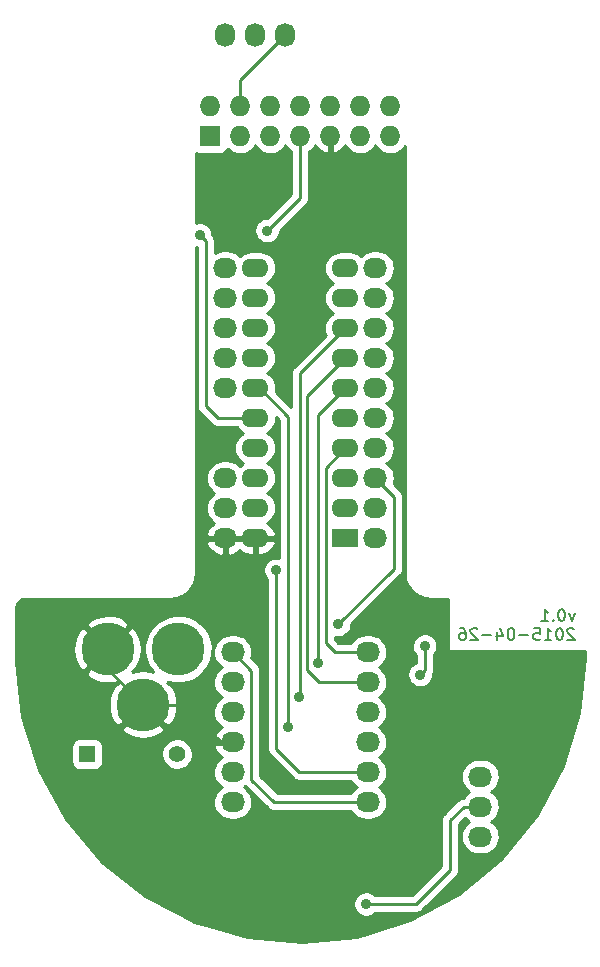
<source format=gbl>
G04 #@! TF.FileFunction,Copper,L2,Bot,Signal*
%FSLAX46Y46*%
G04 Gerber Fmt 4.6, Leading zero omitted, Abs format (unit mm)*
G04 Created by KiCad (PCBNEW (2015-04-22 BZR 5620)-product) date 26/04/2015 14:37:40*
%MOMM*%
G01*
G04 APERTURE LIST*
%ADD10C,0.100000*%
%ADD11C,0.200000*%
%ADD12O,2.032000X1.727200*%
%ADD13R,1.397000X1.397000*%
%ADD14C,1.397000*%
%ADD15R,2.286000X1.574800*%
%ADD16O,2.286000X1.574800*%
%ADD17O,1.727200X2.032000*%
%ADD18C,4.500000*%
%ADD19R,1.727200X1.727200*%
%ADD20O,1.727200X1.727200*%
%ADD21C,0.889000*%
%ADD22C,0.254000*%
G04 APERTURE END LIST*
D10*
D11*
X231505143Y-100331714D02*
X231267048Y-100998381D01*
X231028952Y-100331714D01*
X230457524Y-99998381D02*
X230362285Y-99998381D01*
X230267047Y-100046000D01*
X230219428Y-100093619D01*
X230171809Y-100188857D01*
X230124190Y-100379333D01*
X230124190Y-100617429D01*
X230171809Y-100807905D01*
X230219428Y-100903143D01*
X230267047Y-100950762D01*
X230362285Y-100998381D01*
X230457524Y-100998381D01*
X230552762Y-100950762D01*
X230600381Y-100903143D01*
X230648000Y-100807905D01*
X230695619Y-100617429D01*
X230695619Y-100379333D01*
X230648000Y-100188857D01*
X230600381Y-100093619D01*
X230552762Y-100046000D01*
X230457524Y-99998381D01*
X229695619Y-100903143D02*
X229648000Y-100950762D01*
X229695619Y-100998381D01*
X229743238Y-100950762D01*
X229695619Y-100903143D01*
X229695619Y-100998381D01*
X228695619Y-100998381D02*
X229267048Y-100998381D01*
X228981334Y-100998381D02*
X228981334Y-99998381D01*
X229076572Y-100141238D01*
X229171810Y-100236476D01*
X229267048Y-100284095D01*
X231457524Y-101693619D02*
X231409905Y-101646000D01*
X231314667Y-101598381D01*
X231076571Y-101598381D01*
X230981333Y-101646000D01*
X230933714Y-101693619D01*
X230886095Y-101788857D01*
X230886095Y-101884095D01*
X230933714Y-102026952D01*
X231505143Y-102598381D01*
X230886095Y-102598381D01*
X230267048Y-101598381D02*
X230171809Y-101598381D01*
X230076571Y-101646000D01*
X230028952Y-101693619D01*
X229981333Y-101788857D01*
X229933714Y-101979333D01*
X229933714Y-102217429D01*
X229981333Y-102407905D01*
X230028952Y-102503143D01*
X230076571Y-102550762D01*
X230171809Y-102598381D01*
X230267048Y-102598381D01*
X230362286Y-102550762D01*
X230409905Y-102503143D01*
X230457524Y-102407905D01*
X230505143Y-102217429D01*
X230505143Y-101979333D01*
X230457524Y-101788857D01*
X230409905Y-101693619D01*
X230362286Y-101646000D01*
X230267048Y-101598381D01*
X228981333Y-102598381D02*
X229552762Y-102598381D01*
X229267048Y-102598381D02*
X229267048Y-101598381D01*
X229362286Y-101741238D01*
X229457524Y-101836476D01*
X229552762Y-101884095D01*
X228076571Y-101598381D02*
X228552762Y-101598381D01*
X228600381Y-102074571D01*
X228552762Y-102026952D01*
X228457524Y-101979333D01*
X228219428Y-101979333D01*
X228124190Y-102026952D01*
X228076571Y-102074571D01*
X228028952Y-102169810D01*
X228028952Y-102407905D01*
X228076571Y-102503143D01*
X228124190Y-102550762D01*
X228219428Y-102598381D01*
X228457524Y-102598381D01*
X228552762Y-102550762D01*
X228600381Y-102503143D01*
X227600381Y-102217429D02*
X226838476Y-102217429D01*
X226171810Y-101598381D02*
X226076571Y-101598381D01*
X225981333Y-101646000D01*
X225933714Y-101693619D01*
X225886095Y-101788857D01*
X225838476Y-101979333D01*
X225838476Y-102217429D01*
X225886095Y-102407905D01*
X225933714Y-102503143D01*
X225981333Y-102550762D01*
X226076571Y-102598381D01*
X226171810Y-102598381D01*
X226267048Y-102550762D01*
X226314667Y-102503143D01*
X226362286Y-102407905D01*
X226409905Y-102217429D01*
X226409905Y-101979333D01*
X226362286Y-101788857D01*
X226314667Y-101693619D01*
X226267048Y-101646000D01*
X226171810Y-101598381D01*
X224981333Y-101931714D02*
X224981333Y-102598381D01*
X225219429Y-101550762D02*
X225457524Y-102265048D01*
X224838476Y-102265048D01*
X224457524Y-102217429D02*
X223695619Y-102217429D01*
X223267048Y-101693619D02*
X223219429Y-101646000D01*
X223124191Y-101598381D01*
X222886095Y-101598381D01*
X222790857Y-101646000D01*
X222743238Y-101693619D01*
X222695619Y-101788857D01*
X222695619Y-101884095D01*
X222743238Y-102026952D01*
X223314667Y-102598381D01*
X222695619Y-102598381D01*
X221838476Y-101598381D02*
X222028953Y-101598381D01*
X222124191Y-101646000D01*
X222171810Y-101693619D01*
X222267048Y-101836476D01*
X222314667Y-102026952D01*
X222314667Y-102407905D01*
X222267048Y-102503143D01*
X222219429Y-102550762D01*
X222124191Y-102598381D01*
X221933714Y-102598381D01*
X221838476Y-102550762D01*
X221790857Y-102503143D01*
X221743238Y-102407905D01*
X221743238Y-102169810D01*
X221790857Y-102074571D01*
X221838476Y-102026952D01*
X221933714Y-101979333D01*
X222124191Y-101979333D01*
X222219429Y-102026952D01*
X222267048Y-102074571D01*
X222314667Y-102169810D01*
D12*
X202565000Y-103632000D03*
X202565000Y-106172000D03*
X202565000Y-108712000D03*
X202565000Y-111252000D03*
X202565000Y-113792000D03*
X202565000Y-116332000D03*
X213995000Y-103632000D03*
X213995000Y-106172000D03*
X213995000Y-108712000D03*
X213995000Y-111252000D03*
X213995000Y-113792000D03*
X213995000Y-116332000D03*
D13*
X190246000Y-112268000D03*
D14*
X197866000Y-112268000D03*
D15*
X212090000Y-93980000D03*
D16*
X212090000Y-91440000D03*
X212090000Y-88900000D03*
X212090000Y-86360000D03*
X212090000Y-83820000D03*
X212090000Y-81280000D03*
X212090000Y-78740000D03*
X212090000Y-76200000D03*
X212090000Y-73660000D03*
X212090000Y-71120000D03*
X204470000Y-71120000D03*
X204470000Y-73660000D03*
X204470000Y-76200000D03*
X204470000Y-78740000D03*
X204470000Y-81280000D03*
X204470000Y-83820000D03*
X204470000Y-86360000D03*
X204470000Y-88900000D03*
X204470000Y-91440000D03*
X204470000Y-93980000D03*
D12*
X201930000Y-93980000D03*
X201930000Y-91440000D03*
X201930000Y-88900000D03*
X201930000Y-81280000D03*
X201930000Y-78740000D03*
X201930000Y-76200000D03*
X201930000Y-73660000D03*
X201930000Y-71120000D03*
D17*
X201930000Y-51371500D03*
X204470000Y-51371500D03*
X207010000Y-51371500D03*
D18*
X197970140Y-103378000D03*
X191970660Y-103378000D03*
X194970400Y-108077000D03*
D12*
X223520000Y-119253000D03*
X223520000Y-116713000D03*
X223520000Y-114173000D03*
X214630000Y-93980000D03*
X214630000Y-91440000D03*
X214630000Y-88900000D03*
X214630000Y-86360000D03*
X214630000Y-83820000D03*
X214630000Y-81280000D03*
X214630000Y-78740000D03*
X214630000Y-76200000D03*
X214630000Y-73660000D03*
X214630000Y-71120000D03*
D19*
X200660000Y-59944000D03*
D20*
X200660000Y-57404000D03*
X203200000Y-59944000D03*
X203200000Y-57404000D03*
X205740000Y-59944000D03*
X205740000Y-57404000D03*
X208280000Y-59944000D03*
X208280000Y-57404000D03*
X210820000Y-59944000D03*
X210820000Y-57404000D03*
X213360000Y-59944000D03*
X213360000Y-57404000D03*
X215900000Y-59944000D03*
X215900000Y-57404000D03*
D21*
X205105000Y-65659000D03*
X218694000Y-108966000D03*
X218948000Y-119634000D03*
X218948000Y-122301000D03*
X217868500Y-100012500D03*
X218440000Y-105537000D03*
X218821000Y-103124000D03*
X199771000Y-68326000D03*
X213868000Y-124968000D03*
X211518500Y-101282500D03*
X209804000Y-104584500D03*
X208216500Y-107442000D03*
X207264000Y-109982000D03*
X206248000Y-96710500D03*
X205486000Y-67945000D03*
D22*
X191970660Y-103378000D02*
X191970660Y-105077260D01*
X191970660Y-105077260D02*
X194970400Y-108077000D01*
X203200000Y-111252000D02*
X201549000Y-111252000D01*
X198374000Y-108077000D02*
X194970400Y-108077000D01*
X201549000Y-111252000D02*
X198374000Y-108077000D01*
X218948000Y-119634000D02*
X218948000Y-122301000D01*
X218821000Y-105156000D02*
X218440000Y-105537000D01*
X218821000Y-103124000D02*
X218821000Y-105156000D01*
X201295000Y-83820000D02*
X204470000Y-83820000D01*
X200279000Y-82804000D02*
X201295000Y-83820000D01*
X200279000Y-68834000D02*
X200279000Y-82804000D01*
X199771000Y-68326000D02*
X200279000Y-68834000D01*
X213868000Y-124968000D02*
X218059000Y-124968000D01*
X218059000Y-124968000D02*
X220980000Y-122047000D01*
X220980000Y-122047000D02*
X220980000Y-117856000D01*
X220980000Y-117856000D02*
X222123000Y-116713000D01*
X222123000Y-116713000D02*
X223520000Y-116713000D01*
X204152500Y-105219500D02*
X204152500Y-114427000D01*
X204152500Y-114427000D02*
X206057500Y-116332000D01*
X206057500Y-116332000D02*
X213995000Y-116332000D01*
X202565000Y-103632000D02*
X204152500Y-105219500D01*
X211518500Y-101282500D02*
X216217500Y-96583500D01*
X216217500Y-96583500D02*
X216217500Y-90487500D01*
X216217500Y-90487500D02*
X214630000Y-88900000D01*
X209804000Y-104584500D02*
X209804000Y-104521000D01*
X209804000Y-104521000D02*
X209804000Y-83566000D01*
X209804000Y-83566000D02*
X212090000Y-81280000D01*
X208216500Y-107442000D02*
X208280000Y-107378500D01*
X208280000Y-107378500D02*
X208280000Y-80010000D01*
X208280000Y-80010000D02*
X212090000Y-76200000D01*
X204851000Y-81280000D02*
X204470000Y-81280000D01*
X207264000Y-109982000D02*
X207264000Y-83693000D01*
X207264000Y-83693000D02*
X204851000Y-81280000D01*
X211201000Y-103632000D02*
X210439000Y-102870000D01*
X210439000Y-102870000D02*
X210439000Y-88011000D01*
X210439000Y-88011000D02*
X212090000Y-86360000D01*
X213995000Y-103632000D02*
X211201000Y-103632000D01*
X209867500Y-106172000D02*
X208851500Y-105156000D01*
X208851500Y-105156000D02*
X208851500Y-81978500D01*
X208851500Y-81978500D02*
X212090000Y-78740000D01*
X213995000Y-106172000D02*
X209867500Y-106172000D01*
X208216500Y-113792000D02*
X206248000Y-111823500D01*
X206248000Y-111823500D02*
X206248000Y-96710500D01*
X213995000Y-113792000D02*
X208216500Y-113792000D01*
X203200000Y-55181500D02*
X203200000Y-57404000D01*
X207010000Y-51371500D02*
X203200000Y-55181500D01*
X208280000Y-59944000D02*
X208280000Y-65151000D01*
X208280000Y-65151000D02*
X205486000Y-67945000D01*
G36*
X232360000Y-104106495D02*
X231898177Y-108816525D01*
X230540031Y-113314924D01*
X228334008Y-117463850D01*
X225364132Y-121105276D01*
X225178951Y-121258471D01*
X225178951Y-119263462D01*
X225152444Y-118972190D01*
X225069866Y-118691615D01*
X224934363Y-118432422D01*
X224751097Y-118204485D01*
X224527048Y-118016485D01*
X224467413Y-117983700D01*
X224509701Y-117961216D01*
X224736353Y-117776363D01*
X224922784Y-117551006D01*
X225061892Y-117293731D01*
X225148379Y-117014335D01*
X225178951Y-116723462D01*
X225152444Y-116432190D01*
X225069866Y-116151615D01*
X224934363Y-115892422D01*
X224751097Y-115664485D01*
X224527048Y-115476485D01*
X224467413Y-115443700D01*
X224509701Y-115421216D01*
X224736353Y-115236363D01*
X224922784Y-115011006D01*
X225061892Y-114753731D01*
X225148379Y-114474335D01*
X225178951Y-114183462D01*
X225152444Y-113892190D01*
X225069866Y-113611615D01*
X224934363Y-113352422D01*
X224751097Y-113124485D01*
X224527048Y-112936485D01*
X224270749Y-112795584D01*
X223991964Y-112707148D01*
X223701312Y-112674546D01*
X223680388Y-112674400D01*
X223359612Y-112674400D01*
X223068532Y-112702941D01*
X222788540Y-112787475D01*
X222530299Y-112924784D01*
X222303647Y-113109637D01*
X222117216Y-113334994D01*
X221978108Y-113592269D01*
X221891621Y-113871665D01*
X221861049Y-114162538D01*
X221887556Y-114453810D01*
X221970134Y-114734385D01*
X222105637Y-114993578D01*
X222288903Y-115221515D01*
X222512952Y-115409515D01*
X222572586Y-115442299D01*
X222530299Y-115464784D01*
X222303647Y-115649637D01*
X222117216Y-115874994D01*
X222073495Y-115955853D01*
X222052890Y-115957874D01*
X221982829Y-115964004D01*
X221978985Y-115965120D01*
X221974993Y-115965512D01*
X221907552Y-115985873D01*
X221840018Y-116005494D01*
X221836462Y-116007337D01*
X221832624Y-116008496D01*
X221770446Y-116041556D01*
X221707986Y-116073933D01*
X221704855Y-116076431D01*
X221701316Y-116078314D01*
X221646769Y-116122800D01*
X221591760Y-116166714D01*
X221586185Y-116172212D01*
X221586069Y-116172307D01*
X221585979Y-116172414D01*
X221584185Y-116174185D01*
X220441185Y-117317185D01*
X220396487Y-117371599D01*
X220351264Y-117425495D01*
X220349335Y-117429002D01*
X220346789Y-117432103D01*
X220313510Y-117494168D01*
X220279619Y-117555816D01*
X220278407Y-117559636D01*
X220276514Y-117563167D01*
X220255939Y-117630464D01*
X220234652Y-117697571D01*
X220234205Y-117701554D01*
X220233034Y-117705385D01*
X220225924Y-117775372D01*
X220218074Y-117845361D01*
X220218019Y-117853197D01*
X220218005Y-117853340D01*
X220218017Y-117853473D01*
X220218000Y-117856000D01*
X220218000Y-121731370D01*
X219900546Y-122048824D01*
X219900546Y-103018150D01*
X219859426Y-102810481D01*
X219778754Y-102614753D01*
X219661600Y-102438423D01*
X219512428Y-102288207D01*
X219336921Y-102169825D01*
X219141761Y-102087788D01*
X218934384Y-102045219D01*
X218722689Y-102043741D01*
X218514738Y-102083410D01*
X218318452Y-102162715D01*
X218141308Y-102278634D01*
X217990054Y-102426753D01*
X217870450Y-102601431D01*
X217787052Y-102796012D01*
X217743037Y-103003087D01*
X217740081Y-103214767D01*
X217778297Y-103422990D01*
X217856230Y-103619825D01*
X217970910Y-103797773D01*
X218059000Y-103888993D01*
X218059000Y-104526606D01*
X217937452Y-104575715D01*
X217760308Y-104691634D01*
X217609054Y-104839753D01*
X217489450Y-105014431D01*
X217406052Y-105209012D01*
X217362037Y-105416087D01*
X217359081Y-105627767D01*
X217397297Y-105835990D01*
X217475230Y-106032825D01*
X217589910Y-106210773D01*
X217736969Y-106363058D01*
X217910807Y-106483879D01*
X218104802Y-106568633D01*
X218311564Y-106614093D01*
X218523219Y-106618526D01*
X218731704Y-106581765D01*
X218929077Y-106505208D01*
X219107822Y-106391773D01*
X219261130Y-106245780D01*
X219383161Y-106072790D01*
X219469268Y-105879392D01*
X219516170Y-105672952D01*
X219519139Y-105460261D01*
X219521381Y-105456184D01*
X219522592Y-105452363D01*
X219524486Y-105448833D01*
X219545060Y-105381535D01*
X219566348Y-105314429D01*
X219566794Y-105310445D01*
X219567966Y-105306615D01*
X219575075Y-105236627D01*
X219582926Y-105166639D01*
X219582980Y-105158802D01*
X219582995Y-105158660D01*
X219582982Y-105158526D01*
X219583000Y-105156000D01*
X219583000Y-103889088D01*
X219642130Y-103832780D01*
X219764161Y-103659790D01*
X219850268Y-103466392D01*
X219897170Y-103259952D01*
X219900546Y-103018150D01*
X219900546Y-122048824D01*
X217743370Y-124206000D01*
X214632708Y-124206000D01*
X214559428Y-124132207D01*
X214383921Y-124013825D01*
X214188761Y-123931788D01*
X213981384Y-123889219D01*
X213769689Y-123887741D01*
X213561738Y-123927410D01*
X213365452Y-124006715D01*
X213188308Y-124122634D01*
X213037054Y-124270753D01*
X212917450Y-124445431D01*
X212834052Y-124640012D01*
X212790037Y-124847087D01*
X212787081Y-125058767D01*
X212825297Y-125266990D01*
X212903230Y-125463825D01*
X213017910Y-125641773D01*
X213164969Y-125794058D01*
X213338807Y-125914879D01*
X213532802Y-125999633D01*
X213739564Y-126045093D01*
X213951219Y-126049526D01*
X214159704Y-126012765D01*
X214357077Y-125936208D01*
X214535822Y-125822773D01*
X214633243Y-125730000D01*
X218059000Y-125730000D01*
X218129113Y-125723125D01*
X218199170Y-125716996D01*
X218203012Y-125715879D01*
X218207007Y-125715488D01*
X218274459Y-125695122D01*
X218341982Y-125675506D01*
X218345537Y-125673662D01*
X218349376Y-125672504D01*
X218411553Y-125639443D01*
X218474014Y-125607067D01*
X218477144Y-125604568D01*
X218480684Y-125602686D01*
X218535230Y-125558199D01*
X218590240Y-125514286D01*
X218595814Y-125508787D01*
X218595931Y-125508693D01*
X218596020Y-125508585D01*
X218597815Y-125506815D01*
X221518815Y-122585815D01*
X221563512Y-122531400D01*
X221608736Y-122477505D01*
X221610664Y-122473997D01*
X221613211Y-122470897D01*
X221646509Y-122408796D01*
X221680381Y-122347184D01*
X221681591Y-122343368D01*
X221683487Y-122339833D01*
X221704088Y-122272448D01*
X221725348Y-122205429D01*
X221725794Y-122201451D01*
X221726967Y-122197615D01*
X221734080Y-122127577D01*
X221741926Y-122057639D01*
X221741980Y-122049802D01*
X221741995Y-122049660D01*
X221741982Y-122049526D01*
X221742000Y-122047000D01*
X221742000Y-118171630D01*
X222227938Y-117685691D01*
X222288903Y-117761515D01*
X222512952Y-117949515D01*
X222572586Y-117982299D01*
X222530299Y-118004784D01*
X222303647Y-118189637D01*
X222117216Y-118414994D01*
X221978108Y-118672269D01*
X221891621Y-118951665D01*
X221861049Y-119242538D01*
X221887556Y-119533810D01*
X221970134Y-119814385D01*
X222105637Y-120073578D01*
X222288903Y-120301515D01*
X222512952Y-120489515D01*
X222769251Y-120630416D01*
X223048036Y-120718852D01*
X223338688Y-120751454D01*
X223359612Y-120751600D01*
X223680388Y-120751600D01*
X223971468Y-120723059D01*
X224251460Y-120638525D01*
X224509701Y-120501216D01*
X224736353Y-120316363D01*
X224922784Y-120091006D01*
X225061892Y-119833731D01*
X225148379Y-119554335D01*
X225178951Y-119263462D01*
X225178951Y-121258471D01*
X221743527Y-124100501D01*
X217610103Y-126335435D01*
X213121292Y-127724955D01*
X208448084Y-128216127D01*
X203768472Y-127790250D01*
X200855263Y-126932845D01*
X200855263Y-103095111D01*
X200745370Y-102540109D01*
X200529769Y-102017021D01*
X200216672Y-101545773D01*
X199818006Y-101144314D01*
X199348955Y-100827935D01*
X198827386Y-100608687D01*
X198273164Y-100494922D01*
X197707400Y-100490972D01*
X197151644Y-100596988D01*
X196627064Y-100808932D01*
X196153641Y-101118731D01*
X195749409Y-101514585D01*
X195429763Y-101981416D01*
X195206879Y-102501442D01*
X195089248Y-103054856D01*
X195081348Y-103620579D01*
X195183482Y-104177061D01*
X195391758Y-104703108D01*
X195698245Y-105178682D01*
X195840420Y-105325908D01*
X195523007Y-105231199D01*
X194957201Y-105178072D01*
X194869588Y-105187103D01*
X194391902Y-105236348D01*
X194098942Y-105326674D01*
X193996001Y-105223733D01*
X194388364Y-104977584D01*
X194653972Y-104475178D01*
X194816461Y-103930607D01*
X194869588Y-103364801D01*
X194811312Y-102799502D01*
X194643870Y-102256434D01*
X194388364Y-101778416D01*
X193996000Y-101532265D01*
X193816395Y-101711870D01*
X193816395Y-101352660D01*
X193570244Y-100960296D01*
X193067838Y-100694688D01*
X192523267Y-100532199D01*
X191957461Y-100479072D01*
X191392162Y-100537348D01*
X190849094Y-100704790D01*
X190371076Y-100960296D01*
X190124925Y-101352660D01*
X191970660Y-103198395D01*
X193816395Y-101352660D01*
X193816395Y-101711870D01*
X192150265Y-103378000D01*
X192164407Y-103392142D01*
X191984802Y-103571747D01*
X191970660Y-103557605D01*
X191791055Y-103737210D01*
X191791055Y-103378000D01*
X189945320Y-101532265D01*
X189552956Y-101778416D01*
X189287348Y-102280822D01*
X189124859Y-102825393D01*
X189071732Y-103391199D01*
X189130008Y-103956498D01*
X189297450Y-104499566D01*
X189552956Y-104977584D01*
X189945320Y-105223735D01*
X191791055Y-103378000D01*
X191791055Y-103737210D01*
X190124925Y-105403340D01*
X190371076Y-105795704D01*
X190873482Y-106061312D01*
X191418053Y-106223801D01*
X191983859Y-106276928D01*
X192549158Y-106218652D01*
X192842117Y-106128325D01*
X192945058Y-106231266D01*
X192552696Y-106477416D01*
X192287088Y-106979822D01*
X192124599Y-107524393D01*
X192071472Y-108090199D01*
X192129748Y-108655498D01*
X192297190Y-109198566D01*
X192552696Y-109676584D01*
X192945060Y-109922735D01*
X194790795Y-108077000D01*
X194776652Y-108062857D01*
X194956257Y-107883252D01*
X194970400Y-107897395D01*
X194984542Y-107883252D01*
X195164147Y-108062857D01*
X195150005Y-108077000D01*
X196995740Y-109922735D01*
X197388104Y-109676584D01*
X197653712Y-109174178D01*
X197816201Y-108629607D01*
X197869328Y-108063801D01*
X197811052Y-107498502D01*
X197643610Y-106955434D01*
X197388104Y-106477416D01*
X196995741Y-106231266D01*
X197088757Y-106138250D01*
X197626892Y-106256566D01*
X198192545Y-106268415D01*
X198749728Y-106170169D01*
X199277216Y-105965570D01*
X199754917Y-105662411D01*
X200164638Y-105272240D01*
X200490770Y-104809917D01*
X200720893Y-104293054D01*
X200846240Y-103741336D01*
X200855263Y-103095111D01*
X200855263Y-126932845D01*
X199260702Y-126463541D01*
X199199557Y-126431575D01*
X199199557Y-112137244D01*
X199148762Y-111880711D01*
X199049107Y-111638931D01*
X198904388Y-111421111D01*
X198720118Y-111235549D01*
X198503314Y-111089313D01*
X198262235Y-110987973D01*
X198006063Y-110935388D01*
X197869328Y-110934433D01*
X197744557Y-110933563D01*
X197487676Y-110982565D01*
X197245206Y-111080530D01*
X197026381Y-111223725D01*
X196839537Y-111406695D01*
X196816135Y-111440872D01*
X196816135Y-110102340D01*
X194970400Y-108256605D01*
X194790795Y-108436210D01*
X193124665Y-110102340D01*
X193370816Y-110494704D01*
X193873222Y-110760312D01*
X194417793Y-110922801D01*
X194983599Y-110975928D01*
X195548898Y-110917652D01*
X196091966Y-110750210D01*
X196569984Y-110494704D01*
X196816135Y-110102340D01*
X196816135Y-111440872D01*
X196691791Y-111622473D01*
X196588770Y-111862839D01*
X196534399Y-112118637D01*
X196530747Y-112380124D01*
X196577955Y-112637341D01*
X196674225Y-112880489D01*
X196815888Y-113100308D01*
X196997550Y-113288425D01*
X197212291Y-113437674D01*
X197451932Y-113542370D01*
X197707344Y-113598526D01*
X197968800Y-113604003D01*
X198226340Y-113558592D01*
X198470154Y-113464022D01*
X198690957Y-113323897D01*
X198880337Y-113143552D01*
X199031081Y-112929858D01*
X199137448Y-112690955D01*
X199195386Y-112435941D01*
X199199557Y-112137244D01*
X199199557Y-126431575D01*
X195096477Y-124286536D01*
X191582572Y-121461283D01*
X191582572Y-112966500D01*
X191582572Y-111569500D01*
X191574197Y-111466457D01*
X191520727Y-111295459D01*
X191421826Y-111146066D01*
X191285292Y-111030058D01*
X191121889Y-110956581D01*
X190944500Y-110931428D01*
X189547500Y-110931428D01*
X189444457Y-110939803D01*
X189273459Y-110993273D01*
X189124066Y-111092174D01*
X189008058Y-111228708D01*
X188934581Y-111392111D01*
X188909428Y-111569500D01*
X188909428Y-112966500D01*
X188917803Y-113069543D01*
X188971273Y-113240541D01*
X189070174Y-113389934D01*
X189206708Y-113505942D01*
X189370111Y-113579419D01*
X189547500Y-113604572D01*
X190944500Y-113604572D01*
X191047543Y-113596197D01*
X191218541Y-113542727D01*
X191367934Y-113443826D01*
X191483942Y-113307292D01*
X191557419Y-113143889D01*
X191582572Y-112966500D01*
X191582572Y-121461283D01*
X191434403Y-121342153D01*
X188413976Y-117742549D01*
X186150239Y-113624826D01*
X184729419Y-109145829D01*
X184202146Y-104445089D01*
X184200000Y-104137653D01*
X184200000Y-99958503D01*
X184218743Y-99767336D01*
X184264532Y-99615678D01*
X184338904Y-99475804D01*
X184439030Y-99353038D01*
X184561093Y-99252059D01*
X184700449Y-99176709D01*
X184851780Y-99129864D01*
X185040782Y-99110000D01*
X197255000Y-99110000D01*
X197255121Y-99109988D01*
X197257420Y-99109996D01*
X197267892Y-99109959D01*
X197297648Y-99106935D01*
X197327554Y-99107144D01*
X197337073Y-99106211D01*
X197628218Y-99075611D01*
X197689054Y-99063122D01*
X197750021Y-99051493D01*
X197759177Y-99048729D01*
X198038833Y-98962161D01*
X198096062Y-98938103D01*
X198153632Y-98914844D01*
X198162076Y-98910354D01*
X198162077Y-98910354D01*
X198419593Y-98771115D01*
X198471065Y-98736395D01*
X198523012Y-98702403D01*
X198530424Y-98696358D01*
X198530426Y-98696356D01*
X198755991Y-98509753D01*
X198799738Y-98465699D01*
X198844096Y-98422261D01*
X198850193Y-98414891D01*
X199035219Y-98188027D01*
X199069580Y-98136309D01*
X199104652Y-98085088D01*
X199109201Y-98076675D01*
X199246638Y-97818194D01*
X199270311Y-97760758D01*
X199294754Y-97703730D01*
X199297583Y-97694593D01*
X199382197Y-97414339D01*
X199394258Y-97353423D01*
X199407164Y-97292707D01*
X199408164Y-97283196D01*
X199436731Y-96991844D01*
X199436730Y-96963112D01*
X199439933Y-96934564D01*
X199440000Y-96925000D01*
X199440000Y-69358555D01*
X199517000Y-69375485D01*
X199517000Y-82804000D01*
X199523874Y-82874113D01*
X199530004Y-82944170D01*
X199531120Y-82948012D01*
X199531512Y-82952007D01*
X199551877Y-83019459D01*
X199571494Y-83086982D01*
X199573337Y-83090537D01*
X199574496Y-83094376D01*
X199607556Y-83156553D01*
X199639933Y-83219014D01*
X199642431Y-83222144D01*
X199644314Y-83225684D01*
X199688800Y-83280230D01*
X199732714Y-83335240D01*
X199738212Y-83340814D01*
X199738307Y-83340931D01*
X199738414Y-83341020D01*
X199740185Y-83342815D01*
X200756185Y-84358815D01*
X200810599Y-84403512D01*
X200864495Y-84448736D01*
X200868002Y-84450664D01*
X200871103Y-84453211D01*
X200933168Y-84486489D01*
X200994816Y-84520381D01*
X200998636Y-84521592D01*
X201002167Y-84523486D01*
X201069464Y-84544060D01*
X201136571Y-84565348D01*
X201140554Y-84565794D01*
X201144385Y-84566966D01*
X201214372Y-84574075D01*
X201284361Y-84581926D01*
X201292197Y-84581980D01*
X201292340Y-84581995D01*
X201292473Y-84581982D01*
X201295000Y-84582000D01*
X202906772Y-84582000D01*
X202915583Y-84598854D01*
X203089531Y-84815201D01*
X203302188Y-84993641D01*
X203478214Y-85090412D01*
X203318653Y-85175253D01*
X203103525Y-85350707D01*
X202926574Y-85564604D01*
X202794539Y-85808798D01*
X202712449Y-86073987D01*
X202683432Y-86350070D01*
X202708592Y-86626531D01*
X202786971Y-86892840D01*
X202915583Y-87138854D01*
X203089531Y-87355201D01*
X203302188Y-87533641D01*
X203478214Y-87630412D01*
X203318653Y-87715253D01*
X203156423Y-87847563D01*
X202937048Y-87663485D01*
X202680749Y-87522584D01*
X202401964Y-87434148D01*
X202111312Y-87401546D01*
X202090388Y-87401400D01*
X201769612Y-87401400D01*
X201478532Y-87429941D01*
X201198540Y-87514475D01*
X200940299Y-87651784D01*
X200713647Y-87836637D01*
X200527216Y-88061994D01*
X200388108Y-88319269D01*
X200301621Y-88598665D01*
X200271049Y-88889538D01*
X200297556Y-89180810D01*
X200380134Y-89461385D01*
X200515637Y-89720578D01*
X200698903Y-89948515D01*
X200922952Y-90136515D01*
X200982586Y-90169299D01*
X200940299Y-90191784D01*
X200713647Y-90376637D01*
X200527216Y-90601994D01*
X200388108Y-90859269D01*
X200301621Y-91138665D01*
X200271049Y-91429538D01*
X200297556Y-91720810D01*
X200380134Y-92001385D01*
X200515637Y-92260578D01*
X200698903Y-92488515D01*
X200922952Y-92676515D01*
X200984872Y-92710555D01*
X200778271Y-92861514D01*
X200579267Y-93077965D01*
X200426314Y-93329081D01*
X200325291Y-93605211D01*
X200322642Y-93620974D01*
X200443783Y-93853000D01*
X201803000Y-93853000D01*
X201803000Y-93833000D01*
X202057000Y-93833000D01*
X202057000Y-93853000D01*
X202857148Y-93853000D01*
X203416217Y-93853000D01*
X204343000Y-93853000D01*
X204343000Y-93833000D01*
X204597000Y-93833000D01*
X204597000Y-93853000D01*
X206082852Y-93853000D01*
X206205010Y-93632940D01*
X206188328Y-93553004D01*
X206078841Y-93295354D01*
X205921192Y-93064014D01*
X205721440Y-92867875D01*
X205487262Y-92714474D01*
X205467553Y-92706520D01*
X205621347Y-92624747D01*
X205836475Y-92449293D01*
X206013426Y-92235396D01*
X206145461Y-91991202D01*
X206227551Y-91726013D01*
X206256568Y-91449930D01*
X206231408Y-91173469D01*
X206153029Y-90907160D01*
X206024417Y-90661146D01*
X205850469Y-90444799D01*
X205637812Y-90266359D01*
X205461785Y-90169587D01*
X205621347Y-90084747D01*
X205836475Y-89909293D01*
X206013426Y-89695396D01*
X206145461Y-89451202D01*
X206227551Y-89186013D01*
X206256568Y-88909930D01*
X206231408Y-88633469D01*
X206153029Y-88367160D01*
X206024417Y-88121146D01*
X205850469Y-87904799D01*
X205637812Y-87726359D01*
X205461785Y-87629587D01*
X205621347Y-87544747D01*
X205836475Y-87369293D01*
X206013426Y-87155396D01*
X206145461Y-86911202D01*
X206227551Y-86646013D01*
X206256568Y-86369930D01*
X206231408Y-86093469D01*
X206153029Y-85827160D01*
X206024417Y-85581146D01*
X205850469Y-85364799D01*
X205637812Y-85186359D01*
X205461785Y-85089587D01*
X205621347Y-85004747D01*
X205836475Y-84829293D01*
X206013426Y-84615396D01*
X206145461Y-84371202D01*
X206227551Y-84106013D01*
X206256568Y-83829930D01*
X206249886Y-83756517D01*
X206502000Y-84008630D01*
X206502000Y-95660583D01*
X206361384Y-95631719D01*
X206205010Y-95630627D01*
X206205010Y-94327060D01*
X206082852Y-94107000D01*
X204597000Y-94107000D01*
X204597000Y-95402400D01*
X204952600Y-95402400D01*
X205227656Y-95350293D01*
X205487262Y-95245526D01*
X205721440Y-95092125D01*
X205921192Y-94895986D01*
X206078841Y-94664646D01*
X206188328Y-94406996D01*
X206205010Y-94327060D01*
X206205010Y-95630627D01*
X206149689Y-95630241D01*
X205941738Y-95669910D01*
X205745452Y-95749215D01*
X205568308Y-95865134D01*
X205417054Y-96013253D01*
X205297450Y-96187931D01*
X205214052Y-96382512D01*
X205170037Y-96589587D01*
X205167081Y-96801267D01*
X205205297Y-97009490D01*
X205283230Y-97206325D01*
X205397910Y-97384273D01*
X205486000Y-97475493D01*
X205486000Y-111823500D01*
X205492874Y-111893613D01*
X205499004Y-111963670D01*
X205500120Y-111967512D01*
X205500512Y-111971507D01*
X205520877Y-112038959D01*
X205540494Y-112106482D01*
X205542337Y-112110037D01*
X205543496Y-112113876D01*
X205576556Y-112176053D01*
X205608933Y-112238514D01*
X205611431Y-112241644D01*
X205613314Y-112245184D01*
X205657800Y-112299730D01*
X205701714Y-112354740D01*
X205707212Y-112360314D01*
X205707307Y-112360431D01*
X205707414Y-112360520D01*
X205709185Y-112362315D01*
X207677684Y-114330815D01*
X207732097Y-114375510D01*
X207785995Y-114420736D01*
X207789506Y-114422666D01*
X207792603Y-114425210D01*
X207854629Y-114458468D01*
X207916316Y-114492381D01*
X207920136Y-114493592D01*
X207923667Y-114495486D01*
X207990964Y-114516060D01*
X208058071Y-114537348D01*
X208062054Y-114537794D01*
X208065885Y-114538966D01*
X208135872Y-114546075D01*
X208205861Y-114553926D01*
X208213697Y-114553980D01*
X208213840Y-114553995D01*
X208213973Y-114553982D01*
X208216500Y-114554000D01*
X212550013Y-114554000D01*
X212580637Y-114612578D01*
X212763903Y-114840515D01*
X212987952Y-115028515D01*
X213047586Y-115061299D01*
X213005299Y-115083784D01*
X212778647Y-115268637D01*
X212592216Y-115493994D01*
X212551119Y-115570000D01*
X206373130Y-115570000D01*
X204914500Y-114111370D01*
X204914500Y-105219500D01*
X204907625Y-105149390D01*
X204901496Y-105079329D01*
X204900379Y-105075485D01*
X204899988Y-105071493D01*
X204879626Y-105004052D01*
X204860006Y-104936518D01*
X204858162Y-104932962D01*
X204857004Y-104929124D01*
X204823943Y-104866946D01*
X204791567Y-104804486D01*
X204789068Y-104801355D01*
X204787186Y-104797816D01*
X204742699Y-104743269D01*
X204698786Y-104688260D01*
X204693287Y-104682685D01*
X204693193Y-104682569D01*
X204693085Y-104682479D01*
X204691315Y-104680685D01*
X204343000Y-104332370D01*
X204343000Y-95402400D01*
X204343000Y-94107000D01*
X203416217Y-94107000D01*
X202857148Y-94107000D01*
X202057000Y-94107000D01*
X202057000Y-95320925D01*
X202291914Y-95465185D01*
X202577633Y-95395773D01*
X202844321Y-95271954D01*
X203081729Y-95098486D01*
X203149721Y-95024532D01*
X203218560Y-95092125D01*
X203452738Y-95245526D01*
X203712344Y-95350293D01*
X203987400Y-95402400D01*
X204343000Y-95402400D01*
X204343000Y-104332370D01*
X204134422Y-104123792D01*
X204193379Y-103933335D01*
X204223951Y-103642462D01*
X204197444Y-103351190D01*
X204114866Y-103070615D01*
X203979363Y-102811422D01*
X203796097Y-102583485D01*
X203572048Y-102395485D01*
X203315749Y-102254584D01*
X203036964Y-102166148D01*
X202746312Y-102133546D01*
X202725388Y-102133400D01*
X202404612Y-102133400D01*
X202113532Y-102161941D01*
X201833540Y-102246475D01*
X201803000Y-102262713D01*
X201803000Y-95320925D01*
X201803000Y-94107000D01*
X200443783Y-94107000D01*
X200322642Y-94339026D01*
X200325291Y-94354789D01*
X200426314Y-94630919D01*
X200579267Y-94882035D01*
X200778271Y-95098486D01*
X201015679Y-95271954D01*
X201282367Y-95395773D01*
X201568086Y-95465185D01*
X201803000Y-95320925D01*
X201803000Y-102262713D01*
X201575299Y-102383784D01*
X201348647Y-102568637D01*
X201162216Y-102793994D01*
X201023108Y-103051269D01*
X200936621Y-103330665D01*
X200906049Y-103621538D01*
X200932556Y-103912810D01*
X201015134Y-104193385D01*
X201150637Y-104452578D01*
X201333903Y-104680515D01*
X201557952Y-104868515D01*
X201617586Y-104901299D01*
X201575299Y-104923784D01*
X201348647Y-105108637D01*
X201162216Y-105333994D01*
X201023108Y-105591269D01*
X200936621Y-105870665D01*
X200906049Y-106161538D01*
X200932556Y-106452810D01*
X201015134Y-106733385D01*
X201150637Y-106992578D01*
X201333903Y-107220515D01*
X201557952Y-107408515D01*
X201617586Y-107441299D01*
X201575299Y-107463784D01*
X201348647Y-107648637D01*
X201162216Y-107873994D01*
X201023108Y-108131269D01*
X200936621Y-108410665D01*
X200906049Y-108701538D01*
X200932556Y-108992810D01*
X201015134Y-109273385D01*
X201150637Y-109532578D01*
X201333903Y-109760515D01*
X201557952Y-109948515D01*
X201619872Y-109982555D01*
X201413271Y-110133514D01*
X201214267Y-110349965D01*
X201061314Y-110601081D01*
X200960291Y-110877211D01*
X200957642Y-110892974D01*
X201078783Y-111125000D01*
X202438000Y-111125000D01*
X202438000Y-111105000D01*
X202692000Y-111105000D01*
X202692000Y-111125000D01*
X202712000Y-111125000D01*
X202712000Y-111379000D01*
X202692000Y-111379000D01*
X202692000Y-111399000D01*
X202438000Y-111399000D01*
X202438000Y-111379000D01*
X201078783Y-111379000D01*
X200957642Y-111611026D01*
X200960291Y-111626789D01*
X201061314Y-111902919D01*
X201214267Y-112154035D01*
X201413271Y-112370486D01*
X201618794Y-112520656D01*
X201575299Y-112543784D01*
X201348647Y-112728637D01*
X201162216Y-112953994D01*
X201023108Y-113211269D01*
X200936621Y-113490665D01*
X200906049Y-113781538D01*
X200932556Y-114072810D01*
X201015134Y-114353385D01*
X201150637Y-114612578D01*
X201333903Y-114840515D01*
X201557952Y-115028515D01*
X201617586Y-115061299D01*
X201575299Y-115083784D01*
X201348647Y-115268637D01*
X201162216Y-115493994D01*
X201023108Y-115751269D01*
X200936621Y-116030665D01*
X200906049Y-116321538D01*
X200932556Y-116612810D01*
X201015134Y-116893385D01*
X201150637Y-117152578D01*
X201333903Y-117380515D01*
X201557952Y-117568515D01*
X201814251Y-117709416D01*
X202093036Y-117797852D01*
X202383688Y-117830454D01*
X202404612Y-117830600D01*
X202725388Y-117830600D01*
X203016468Y-117802059D01*
X203296460Y-117717525D01*
X203554701Y-117580216D01*
X203781353Y-117395363D01*
X203967784Y-117170006D01*
X204106892Y-116912731D01*
X204193379Y-116633335D01*
X204223951Y-116342462D01*
X204197444Y-116051190D01*
X204114866Y-115770615D01*
X203979363Y-115511422D01*
X203796097Y-115283485D01*
X203572048Y-115095485D01*
X203512413Y-115062700D01*
X203554701Y-115040216D01*
X203628167Y-114980297D01*
X205518685Y-116870815D01*
X205573099Y-116915512D01*
X205626995Y-116960736D01*
X205630502Y-116962664D01*
X205633603Y-116965211D01*
X205695703Y-116998509D01*
X205757316Y-117032381D01*
X205761131Y-117033591D01*
X205764667Y-117035487D01*
X205832051Y-117056088D01*
X205899071Y-117077348D01*
X205903048Y-117077794D01*
X205906885Y-117078967D01*
X205976922Y-117086080D01*
X206046861Y-117093926D01*
X206054697Y-117093980D01*
X206054840Y-117093995D01*
X206054973Y-117093982D01*
X206057500Y-117094000D01*
X212550013Y-117094000D01*
X212580637Y-117152578D01*
X212763903Y-117380515D01*
X212987952Y-117568515D01*
X213244251Y-117709416D01*
X213523036Y-117797852D01*
X213813688Y-117830454D01*
X213834612Y-117830600D01*
X214155388Y-117830600D01*
X214446468Y-117802059D01*
X214726460Y-117717525D01*
X214984701Y-117580216D01*
X215211353Y-117395363D01*
X215397784Y-117170006D01*
X215536892Y-116912731D01*
X215623379Y-116633335D01*
X215653951Y-116342462D01*
X215627444Y-116051190D01*
X215544866Y-115770615D01*
X215409363Y-115511422D01*
X215226097Y-115283485D01*
X215002048Y-115095485D01*
X214942413Y-115062700D01*
X214984701Y-115040216D01*
X215211353Y-114855363D01*
X215397784Y-114630006D01*
X215536892Y-114372731D01*
X215623379Y-114093335D01*
X215653951Y-113802462D01*
X215627444Y-113511190D01*
X215544866Y-113230615D01*
X215409363Y-112971422D01*
X215226097Y-112743485D01*
X215002048Y-112555485D01*
X214942413Y-112522700D01*
X214984701Y-112500216D01*
X215211353Y-112315363D01*
X215397784Y-112090006D01*
X215536892Y-111832731D01*
X215623379Y-111553335D01*
X215653951Y-111262462D01*
X215627444Y-110971190D01*
X215544866Y-110690615D01*
X215409363Y-110431422D01*
X215226097Y-110203485D01*
X215002048Y-110015485D01*
X214942413Y-109982700D01*
X214984701Y-109960216D01*
X215211353Y-109775363D01*
X215397784Y-109550006D01*
X215536892Y-109292731D01*
X215623379Y-109013335D01*
X215653951Y-108722462D01*
X215627444Y-108431190D01*
X215544866Y-108150615D01*
X215409363Y-107891422D01*
X215226097Y-107663485D01*
X215002048Y-107475485D01*
X214942413Y-107442700D01*
X214984701Y-107420216D01*
X215211353Y-107235363D01*
X215397784Y-107010006D01*
X215536892Y-106752731D01*
X215623379Y-106473335D01*
X215653951Y-106182462D01*
X215627444Y-105891190D01*
X215544866Y-105610615D01*
X215409363Y-105351422D01*
X215226097Y-105123485D01*
X215002048Y-104935485D01*
X214942413Y-104902700D01*
X214984701Y-104880216D01*
X215211353Y-104695363D01*
X215397784Y-104470006D01*
X215536892Y-104212731D01*
X215623379Y-103933335D01*
X215653951Y-103642462D01*
X215627444Y-103351190D01*
X215544866Y-103070615D01*
X215409363Y-102811422D01*
X215226097Y-102583485D01*
X215002048Y-102395485D01*
X214745749Y-102254584D01*
X214466964Y-102166148D01*
X214176312Y-102133546D01*
X214155388Y-102133400D01*
X213834612Y-102133400D01*
X213543532Y-102161941D01*
X213263540Y-102246475D01*
X213005299Y-102383784D01*
X212778647Y-102568637D01*
X212592216Y-102793994D01*
X212551119Y-102870000D01*
X211516630Y-102870000D01*
X211201000Y-102554369D01*
X211201000Y-102318024D01*
X211390064Y-102359593D01*
X211601719Y-102364026D01*
X211810204Y-102327265D01*
X212007577Y-102250708D01*
X212186322Y-102137273D01*
X212339630Y-101991280D01*
X212461661Y-101818290D01*
X212547768Y-101624892D01*
X212594670Y-101418452D01*
X212596574Y-101282055D01*
X216756316Y-97122315D01*
X216801037Y-97067870D01*
X216846236Y-97014005D01*
X216848164Y-97010497D01*
X216850711Y-97007397D01*
X216883998Y-96945315D01*
X216917881Y-96883684D01*
X216919092Y-96879865D01*
X216920987Y-96876332D01*
X216941583Y-96808962D01*
X216962848Y-96741929D01*
X216963294Y-96737950D01*
X216964467Y-96734115D01*
X216971585Y-96664033D01*
X216979426Y-96594139D01*
X216979480Y-96586313D01*
X216979496Y-96586160D01*
X216979482Y-96586017D01*
X216979500Y-96583500D01*
X216979500Y-90487500D01*
X216972625Y-90417390D01*
X216966496Y-90347329D01*
X216965379Y-90343485D01*
X216964988Y-90339493D01*
X216944626Y-90272052D01*
X216925006Y-90204518D01*
X216923162Y-90200962D01*
X216922004Y-90197124D01*
X216888943Y-90134946D01*
X216856567Y-90072486D01*
X216854068Y-90069355D01*
X216852186Y-90065816D01*
X216807699Y-90011269D01*
X216763786Y-89956260D01*
X216758287Y-89950685D01*
X216758193Y-89950569D01*
X216758085Y-89950479D01*
X216756315Y-89948685D01*
X216199422Y-89391792D01*
X216258379Y-89201335D01*
X216288951Y-88910462D01*
X216262444Y-88619190D01*
X216179866Y-88338615D01*
X216044363Y-88079422D01*
X215861097Y-87851485D01*
X215637048Y-87663485D01*
X215577413Y-87630700D01*
X215619701Y-87608216D01*
X215846353Y-87423363D01*
X216032784Y-87198006D01*
X216171892Y-86940731D01*
X216258379Y-86661335D01*
X216288951Y-86370462D01*
X216262444Y-86079190D01*
X216179866Y-85798615D01*
X216044363Y-85539422D01*
X215861097Y-85311485D01*
X215637048Y-85123485D01*
X215577413Y-85090700D01*
X215619701Y-85068216D01*
X215846353Y-84883363D01*
X216032784Y-84658006D01*
X216171892Y-84400731D01*
X216258379Y-84121335D01*
X216288951Y-83830462D01*
X216262444Y-83539190D01*
X216179866Y-83258615D01*
X216044363Y-82999422D01*
X215861097Y-82771485D01*
X215637048Y-82583485D01*
X215577413Y-82550700D01*
X215619701Y-82528216D01*
X215846353Y-82343363D01*
X216032784Y-82118006D01*
X216171892Y-81860731D01*
X216258379Y-81581335D01*
X216288951Y-81290462D01*
X216262444Y-80999190D01*
X216179866Y-80718615D01*
X216044363Y-80459422D01*
X215861097Y-80231485D01*
X215637048Y-80043485D01*
X215577413Y-80010700D01*
X215619701Y-79988216D01*
X215846353Y-79803363D01*
X216032784Y-79578006D01*
X216171892Y-79320731D01*
X216258379Y-79041335D01*
X216288951Y-78750462D01*
X216262444Y-78459190D01*
X216179866Y-78178615D01*
X216044363Y-77919422D01*
X215861097Y-77691485D01*
X215637048Y-77503485D01*
X215577413Y-77470700D01*
X215619701Y-77448216D01*
X215846353Y-77263363D01*
X216032784Y-77038006D01*
X216171892Y-76780731D01*
X216258379Y-76501335D01*
X216288951Y-76210462D01*
X216262444Y-75919190D01*
X216179866Y-75638615D01*
X216044363Y-75379422D01*
X215861097Y-75151485D01*
X215637048Y-74963485D01*
X215577413Y-74930700D01*
X215619701Y-74908216D01*
X215846353Y-74723363D01*
X216032784Y-74498006D01*
X216171892Y-74240731D01*
X216258379Y-73961335D01*
X216288951Y-73670462D01*
X216262444Y-73379190D01*
X216179866Y-73098615D01*
X216044363Y-72839422D01*
X215861097Y-72611485D01*
X215637048Y-72423485D01*
X215577413Y-72390700D01*
X215619701Y-72368216D01*
X215846353Y-72183363D01*
X216032784Y-71958006D01*
X216171892Y-71700731D01*
X216258379Y-71421335D01*
X216288951Y-71130462D01*
X216262444Y-70839190D01*
X216179866Y-70558615D01*
X216044363Y-70299422D01*
X215861097Y-70071485D01*
X215637048Y-69883485D01*
X215380749Y-69742584D01*
X215101964Y-69654148D01*
X214811312Y-69621546D01*
X214790388Y-69621400D01*
X214469612Y-69621400D01*
X214178532Y-69649941D01*
X213898540Y-69734475D01*
X213640299Y-69871784D01*
X213413647Y-70056637D01*
X213403645Y-70068727D01*
X213257812Y-69946359D01*
X213014546Y-69812622D01*
X212749937Y-69728683D01*
X212474063Y-69697739D01*
X212454203Y-69697600D01*
X211725797Y-69697600D01*
X211449518Y-69724689D01*
X211183762Y-69804926D01*
X210938653Y-69935253D01*
X210723525Y-70110707D01*
X210546574Y-70324604D01*
X210414539Y-70568798D01*
X210332449Y-70833987D01*
X210303432Y-71110070D01*
X210328592Y-71386531D01*
X210406971Y-71652840D01*
X210535583Y-71898854D01*
X210709531Y-72115201D01*
X210922188Y-72293641D01*
X211098214Y-72390412D01*
X210938653Y-72475253D01*
X210723525Y-72650707D01*
X210546574Y-72864604D01*
X210414539Y-73108798D01*
X210332449Y-73373987D01*
X210303432Y-73650070D01*
X210328592Y-73926531D01*
X210406971Y-74192840D01*
X210535583Y-74438854D01*
X210709531Y-74655201D01*
X210922188Y-74833641D01*
X211098214Y-74930412D01*
X210938653Y-75015253D01*
X210723525Y-75190707D01*
X210546574Y-75404604D01*
X210414539Y-75648798D01*
X210332449Y-75913987D01*
X210303432Y-76190070D01*
X210328592Y-76466531D01*
X210406971Y-76732840D01*
X210431880Y-76780488D01*
X207741185Y-79471185D01*
X207696487Y-79525599D01*
X207651264Y-79579495D01*
X207649335Y-79583002D01*
X207646789Y-79586103D01*
X207613510Y-79648168D01*
X207579619Y-79709816D01*
X207578407Y-79713636D01*
X207576514Y-79717167D01*
X207555939Y-79784464D01*
X207534652Y-79851571D01*
X207534205Y-79855554D01*
X207533034Y-79859385D01*
X207525924Y-79929372D01*
X207518074Y-79999361D01*
X207518019Y-80007197D01*
X207518005Y-80007340D01*
X207518017Y-80007473D01*
X207518000Y-80010000D01*
X207518000Y-82869369D01*
X206224499Y-81575869D01*
X206227551Y-81566013D01*
X206256568Y-81289930D01*
X206231408Y-81013469D01*
X206153029Y-80747160D01*
X206024417Y-80501146D01*
X205850469Y-80284799D01*
X205637812Y-80106359D01*
X205461785Y-80009587D01*
X205621347Y-79924747D01*
X205836475Y-79749293D01*
X206013426Y-79535396D01*
X206145461Y-79291202D01*
X206227551Y-79026013D01*
X206256568Y-78749930D01*
X206231408Y-78473469D01*
X206153029Y-78207160D01*
X206024417Y-77961146D01*
X205850469Y-77744799D01*
X205637812Y-77566359D01*
X205461785Y-77469587D01*
X205621347Y-77384747D01*
X205836475Y-77209293D01*
X206013426Y-76995396D01*
X206145461Y-76751202D01*
X206227551Y-76486013D01*
X206256568Y-76209930D01*
X206231408Y-75933469D01*
X206153029Y-75667160D01*
X206024417Y-75421146D01*
X205850469Y-75204799D01*
X205637812Y-75026359D01*
X205461785Y-74929587D01*
X205621347Y-74844747D01*
X205836475Y-74669293D01*
X206013426Y-74455396D01*
X206145461Y-74211202D01*
X206227551Y-73946013D01*
X206256568Y-73669930D01*
X206231408Y-73393469D01*
X206153029Y-73127160D01*
X206024417Y-72881146D01*
X205850469Y-72664799D01*
X205637812Y-72486359D01*
X205461785Y-72389587D01*
X205621347Y-72304747D01*
X205836475Y-72129293D01*
X206013426Y-71915396D01*
X206145461Y-71671202D01*
X206227551Y-71406013D01*
X206256568Y-71129930D01*
X206231408Y-70853469D01*
X206153029Y-70587160D01*
X206024417Y-70341146D01*
X205850469Y-70124799D01*
X205637812Y-69946359D01*
X205394546Y-69812622D01*
X205129937Y-69728683D01*
X204854063Y-69697739D01*
X204834203Y-69697600D01*
X204105797Y-69697600D01*
X203829518Y-69724689D01*
X203563762Y-69804926D01*
X203318653Y-69935253D01*
X203156423Y-70067563D01*
X202937048Y-69883485D01*
X202680749Y-69742584D01*
X202401964Y-69654148D01*
X202111312Y-69621546D01*
X202090388Y-69621400D01*
X201769612Y-69621400D01*
X201478532Y-69649941D01*
X201198540Y-69734475D01*
X201041000Y-69818240D01*
X201041000Y-68834000D01*
X201034121Y-68763849D01*
X201027996Y-68693829D01*
X201026879Y-68689985D01*
X201026488Y-68685993D01*
X201006126Y-68618552D01*
X200986506Y-68551018D01*
X200984662Y-68547462D01*
X200983504Y-68543624D01*
X200950433Y-68481427D01*
X200918066Y-68418985D01*
X200915568Y-68415856D01*
X200913686Y-68412316D01*
X200869194Y-68357763D01*
X200848978Y-68332439D01*
X200850546Y-68220150D01*
X200809426Y-68012481D01*
X200728754Y-67816753D01*
X200611600Y-67640423D01*
X200462428Y-67490207D01*
X200286921Y-67371825D01*
X200091761Y-67289788D01*
X199884384Y-67247219D01*
X199672689Y-67245741D01*
X199464738Y-67285410D01*
X199440000Y-67295404D01*
X199440000Y-61333780D01*
X199455608Y-61347042D01*
X199619011Y-61420519D01*
X199796400Y-61445672D01*
X201523600Y-61445672D01*
X201626643Y-61437297D01*
X201797641Y-61383827D01*
X201947034Y-61284926D01*
X202063042Y-61148392D01*
X202130118Y-60999223D01*
X202136637Y-61007216D01*
X202361994Y-61193647D01*
X202619269Y-61332755D01*
X202898665Y-61419242D01*
X203189538Y-61449814D01*
X203480810Y-61423307D01*
X203761385Y-61340729D01*
X204020578Y-61205226D01*
X204248515Y-61021960D01*
X204436515Y-60797911D01*
X204469299Y-60738276D01*
X204491784Y-60780564D01*
X204676637Y-61007216D01*
X204901994Y-61193647D01*
X205159269Y-61332755D01*
X205438665Y-61419242D01*
X205729538Y-61449814D01*
X206020810Y-61423307D01*
X206301385Y-61340729D01*
X206560578Y-61205226D01*
X206788515Y-61021960D01*
X206976515Y-60797911D01*
X207009299Y-60738276D01*
X207031784Y-60780564D01*
X207216637Y-61007216D01*
X207441994Y-61193647D01*
X207518000Y-61234743D01*
X207518000Y-64835369D01*
X205487928Y-66865440D01*
X205387689Y-66864741D01*
X205179738Y-66904410D01*
X204983452Y-66983715D01*
X204806308Y-67099634D01*
X204655054Y-67247753D01*
X204535450Y-67422431D01*
X204452052Y-67617012D01*
X204408037Y-67824087D01*
X204405081Y-68035767D01*
X204443297Y-68243990D01*
X204521230Y-68440825D01*
X204635910Y-68618773D01*
X204782969Y-68771058D01*
X204956807Y-68891879D01*
X205150802Y-68976633D01*
X205357564Y-69022093D01*
X205569219Y-69026526D01*
X205777704Y-68989765D01*
X205975077Y-68913208D01*
X206153822Y-68799773D01*
X206307130Y-68653780D01*
X206429161Y-68480790D01*
X206515268Y-68287392D01*
X206562170Y-68080952D01*
X206564074Y-67944555D01*
X208818816Y-65689815D01*
X208863537Y-65635370D01*
X208908736Y-65581505D01*
X208910664Y-65577997D01*
X208913211Y-65574897D01*
X208946509Y-65512796D01*
X208980381Y-65451184D01*
X208981591Y-65447368D01*
X208983487Y-65443833D01*
X209004088Y-65376448D01*
X209025348Y-65309429D01*
X209025794Y-65305451D01*
X209026967Y-65301615D01*
X209034080Y-65231577D01*
X209041926Y-65161639D01*
X209041980Y-65153802D01*
X209041995Y-65153660D01*
X209041982Y-65153526D01*
X209042000Y-65151000D01*
X209042000Y-61235849D01*
X209100578Y-61205226D01*
X209328515Y-61021960D01*
X209516515Y-60797911D01*
X209553077Y-60731404D01*
X209613183Y-60832488D01*
X209809707Y-61050854D01*
X210045056Y-61226684D01*
X210310186Y-61353222D01*
X210460974Y-61398958D01*
X210693000Y-61277817D01*
X210693000Y-60071000D01*
X210673000Y-60071000D01*
X210673000Y-59817000D01*
X210693000Y-59817000D01*
X210693000Y-59797000D01*
X210947000Y-59797000D01*
X210947000Y-59817000D01*
X210967000Y-59817000D01*
X210967000Y-60071000D01*
X210947000Y-60071000D01*
X210947000Y-61277817D01*
X211179026Y-61398958D01*
X211329814Y-61353222D01*
X211594944Y-61226684D01*
X211830293Y-61050854D01*
X212026817Y-60832488D01*
X212086248Y-60732538D01*
X212111784Y-60780564D01*
X212296637Y-61007216D01*
X212521994Y-61193647D01*
X212779269Y-61332755D01*
X213058665Y-61419242D01*
X213349538Y-61449814D01*
X213640810Y-61423307D01*
X213921385Y-61340729D01*
X214180578Y-61205226D01*
X214408515Y-61021960D01*
X214596515Y-60797911D01*
X214629299Y-60738276D01*
X214651784Y-60780564D01*
X214836637Y-61007216D01*
X215061994Y-61193647D01*
X215319269Y-61332755D01*
X215598665Y-61419242D01*
X215889538Y-61449814D01*
X216180810Y-61423307D01*
X216461385Y-61340729D01*
X216720578Y-61205226D01*
X216948515Y-61021960D01*
X217120000Y-60817592D01*
X217120000Y-96925000D01*
X217120011Y-96925121D01*
X217120004Y-96927420D01*
X217120041Y-96937892D01*
X217123064Y-96967648D01*
X217122856Y-96997554D01*
X217123789Y-97007073D01*
X217154389Y-97298218D01*
X217166877Y-97359054D01*
X217178507Y-97420021D01*
X217181271Y-97429177D01*
X217267839Y-97708833D01*
X217291896Y-97766062D01*
X217315156Y-97823632D01*
X217319646Y-97832077D01*
X217458885Y-98089593D01*
X217493604Y-98141065D01*
X217527597Y-98193012D01*
X217533642Y-98200424D01*
X217533644Y-98200426D01*
X217720247Y-98425991D01*
X217764300Y-98469738D01*
X217807739Y-98514096D01*
X217815109Y-98520193D01*
X218041973Y-98705219D01*
X218093690Y-98739580D01*
X218144912Y-98774652D01*
X218153325Y-98779201D01*
X218411806Y-98916638D01*
X218469241Y-98940311D01*
X218526270Y-98964754D01*
X218535407Y-98967583D01*
X218815661Y-99052197D01*
X218876576Y-99064258D01*
X218937293Y-99077164D01*
X218946804Y-99078164D01*
X219238156Y-99106731D01*
X219266887Y-99106730D01*
X219295436Y-99109933D01*
X219305000Y-99110000D01*
X220817762Y-99110000D01*
X220817762Y-103581000D01*
X232360000Y-103581000D01*
X232360000Y-104106495D01*
X232360000Y-104106495D01*
G37*
X232360000Y-104106495D02*
X231898177Y-108816525D01*
X230540031Y-113314924D01*
X228334008Y-117463850D01*
X225364132Y-121105276D01*
X225178951Y-121258471D01*
X225178951Y-119263462D01*
X225152444Y-118972190D01*
X225069866Y-118691615D01*
X224934363Y-118432422D01*
X224751097Y-118204485D01*
X224527048Y-118016485D01*
X224467413Y-117983700D01*
X224509701Y-117961216D01*
X224736353Y-117776363D01*
X224922784Y-117551006D01*
X225061892Y-117293731D01*
X225148379Y-117014335D01*
X225178951Y-116723462D01*
X225152444Y-116432190D01*
X225069866Y-116151615D01*
X224934363Y-115892422D01*
X224751097Y-115664485D01*
X224527048Y-115476485D01*
X224467413Y-115443700D01*
X224509701Y-115421216D01*
X224736353Y-115236363D01*
X224922784Y-115011006D01*
X225061892Y-114753731D01*
X225148379Y-114474335D01*
X225178951Y-114183462D01*
X225152444Y-113892190D01*
X225069866Y-113611615D01*
X224934363Y-113352422D01*
X224751097Y-113124485D01*
X224527048Y-112936485D01*
X224270749Y-112795584D01*
X223991964Y-112707148D01*
X223701312Y-112674546D01*
X223680388Y-112674400D01*
X223359612Y-112674400D01*
X223068532Y-112702941D01*
X222788540Y-112787475D01*
X222530299Y-112924784D01*
X222303647Y-113109637D01*
X222117216Y-113334994D01*
X221978108Y-113592269D01*
X221891621Y-113871665D01*
X221861049Y-114162538D01*
X221887556Y-114453810D01*
X221970134Y-114734385D01*
X222105637Y-114993578D01*
X222288903Y-115221515D01*
X222512952Y-115409515D01*
X222572586Y-115442299D01*
X222530299Y-115464784D01*
X222303647Y-115649637D01*
X222117216Y-115874994D01*
X222073495Y-115955853D01*
X222052890Y-115957874D01*
X221982829Y-115964004D01*
X221978985Y-115965120D01*
X221974993Y-115965512D01*
X221907552Y-115985873D01*
X221840018Y-116005494D01*
X221836462Y-116007337D01*
X221832624Y-116008496D01*
X221770446Y-116041556D01*
X221707986Y-116073933D01*
X221704855Y-116076431D01*
X221701316Y-116078314D01*
X221646769Y-116122800D01*
X221591760Y-116166714D01*
X221586185Y-116172212D01*
X221586069Y-116172307D01*
X221585979Y-116172414D01*
X221584185Y-116174185D01*
X220441185Y-117317185D01*
X220396487Y-117371599D01*
X220351264Y-117425495D01*
X220349335Y-117429002D01*
X220346789Y-117432103D01*
X220313510Y-117494168D01*
X220279619Y-117555816D01*
X220278407Y-117559636D01*
X220276514Y-117563167D01*
X220255939Y-117630464D01*
X220234652Y-117697571D01*
X220234205Y-117701554D01*
X220233034Y-117705385D01*
X220225924Y-117775372D01*
X220218074Y-117845361D01*
X220218019Y-117853197D01*
X220218005Y-117853340D01*
X220218017Y-117853473D01*
X220218000Y-117856000D01*
X220218000Y-121731370D01*
X219900546Y-122048824D01*
X219900546Y-103018150D01*
X219859426Y-102810481D01*
X219778754Y-102614753D01*
X219661600Y-102438423D01*
X219512428Y-102288207D01*
X219336921Y-102169825D01*
X219141761Y-102087788D01*
X218934384Y-102045219D01*
X218722689Y-102043741D01*
X218514738Y-102083410D01*
X218318452Y-102162715D01*
X218141308Y-102278634D01*
X217990054Y-102426753D01*
X217870450Y-102601431D01*
X217787052Y-102796012D01*
X217743037Y-103003087D01*
X217740081Y-103214767D01*
X217778297Y-103422990D01*
X217856230Y-103619825D01*
X217970910Y-103797773D01*
X218059000Y-103888993D01*
X218059000Y-104526606D01*
X217937452Y-104575715D01*
X217760308Y-104691634D01*
X217609054Y-104839753D01*
X217489450Y-105014431D01*
X217406052Y-105209012D01*
X217362037Y-105416087D01*
X217359081Y-105627767D01*
X217397297Y-105835990D01*
X217475230Y-106032825D01*
X217589910Y-106210773D01*
X217736969Y-106363058D01*
X217910807Y-106483879D01*
X218104802Y-106568633D01*
X218311564Y-106614093D01*
X218523219Y-106618526D01*
X218731704Y-106581765D01*
X218929077Y-106505208D01*
X219107822Y-106391773D01*
X219261130Y-106245780D01*
X219383161Y-106072790D01*
X219469268Y-105879392D01*
X219516170Y-105672952D01*
X219519139Y-105460261D01*
X219521381Y-105456184D01*
X219522592Y-105452363D01*
X219524486Y-105448833D01*
X219545060Y-105381535D01*
X219566348Y-105314429D01*
X219566794Y-105310445D01*
X219567966Y-105306615D01*
X219575075Y-105236627D01*
X219582926Y-105166639D01*
X219582980Y-105158802D01*
X219582995Y-105158660D01*
X219582982Y-105158526D01*
X219583000Y-105156000D01*
X219583000Y-103889088D01*
X219642130Y-103832780D01*
X219764161Y-103659790D01*
X219850268Y-103466392D01*
X219897170Y-103259952D01*
X219900546Y-103018150D01*
X219900546Y-122048824D01*
X217743370Y-124206000D01*
X214632708Y-124206000D01*
X214559428Y-124132207D01*
X214383921Y-124013825D01*
X214188761Y-123931788D01*
X213981384Y-123889219D01*
X213769689Y-123887741D01*
X213561738Y-123927410D01*
X213365452Y-124006715D01*
X213188308Y-124122634D01*
X213037054Y-124270753D01*
X212917450Y-124445431D01*
X212834052Y-124640012D01*
X212790037Y-124847087D01*
X212787081Y-125058767D01*
X212825297Y-125266990D01*
X212903230Y-125463825D01*
X213017910Y-125641773D01*
X213164969Y-125794058D01*
X213338807Y-125914879D01*
X213532802Y-125999633D01*
X213739564Y-126045093D01*
X213951219Y-126049526D01*
X214159704Y-126012765D01*
X214357077Y-125936208D01*
X214535822Y-125822773D01*
X214633243Y-125730000D01*
X218059000Y-125730000D01*
X218129113Y-125723125D01*
X218199170Y-125716996D01*
X218203012Y-125715879D01*
X218207007Y-125715488D01*
X218274459Y-125695122D01*
X218341982Y-125675506D01*
X218345537Y-125673662D01*
X218349376Y-125672504D01*
X218411553Y-125639443D01*
X218474014Y-125607067D01*
X218477144Y-125604568D01*
X218480684Y-125602686D01*
X218535230Y-125558199D01*
X218590240Y-125514286D01*
X218595814Y-125508787D01*
X218595931Y-125508693D01*
X218596020Y-125508585D01*
X218597815Y-125506815D01*
X221518815Y-122585815D01*
X221563512Y-122531400D01*
X221608736Y-122477505D01*
X221610664Y-122473997D01*
X221613211Y-122470897D01*
X221646509Y-122408796D01*
X221680381Y-122347184D01*
X221681591Y-122343368D01*
X221683487Y-122339833D01*
X221704088Y-122272448D01*
X221725348Y-122205429D01*
X221725794Y-122201451D01*
X221726967Y-122197615D01*
X221734080Y-122127577D01*
X221741926Y-122057639D01*
X221741980Y-122049802D01*
X221741995Y-122049660D01*
X221741982Y-122049526D01*
X221742000Y-122047000D01*
X221742000Y-118171630D01*
X222227938Y-117685691D01*
X222288903Y-117761515D01*
X222512952Y-117949515D01*
X222572586Y-117982299D01*
X222530299Y-118004784D01*
X222303647Y-118189637D01*
X222117216Y-118414994D01*
X221978108Y-118672269D01*
X221891621Y-118951665D01*
X221861049Y-119242538D01*
X221887556Y-119533810D01*
X221970134Y-119814385D01*
X222105637Y-120073578D01*
X222288903Y-120301515D01*
X222512952Y-120489515D01*
X222769251Y-120630416D01*
X223048036Y-120718852D01*
X223338688Y-120751454D01*
X223359612Y-120751600D01*
X223680388Y-120751600D01*
X223971468Y-120723059D01*
X224251460Y-120638525D01*
X224509701Y-120501216D01*
X224736353Y-120316363D01*
X224922784Y-120091006D01*
X225061892Y-119833731D01*
X225148379Y-119554335D01*
X225178951Y-119263462D01*
X225178951Y-121258471D01*
X221743527Y-124100501D01*
X217610103Y-126335435D01*
X213121292Y-127724955D01*
X208448084Y-128216127D01*
X203768472Y-127790250D01*
X200855263Y-126932845D01*
X200855263Y-103095111D01*
X200745370Y-102540109D01*
X200529769Y-102017021D01*
X200216672Y-101545773D01*
X199818006Y-101144314D01*
X199348955Y-100827935D01*
X198827386Y-100608687D01*
X198273164Y-100494922D01*
X197707400Y-100490972D01*
X197151644Y-100596988D01*
X196627064Y-100808932D01*
X196153641Y-101118731D01*
X195749409Y-101514585D01*
X195429763Y-101981416D01*
X195206879Y-102501442D01*
X195089248Y-103054856D01*
X195081348Y-103620579D01*
X195183482Y-104177061D01*
X195391758Y-104703108D01*
X195698245Y-105178682D01*
X195840420Y-105325908D01*
X195523007Y-105231199D01*
X194957201Y-105178072D01*
X194869588Y-105187103D01*
X194391902Y-105236348D01*
X194098942Y-105326674D01*
X193996001Y-105223733D01*
X194388364Y-104977584D01*
X194653972Y-104475178D01*
X194816461Y-103930607D01*
X194869588Y-103364801D01*
X194811312Y-102799502D01*
X194643870Y-102256434D01*
X194388364Y-101778416D01*
X193996000Y-101532265D01*
X193816395Y-101711870D01*
X193816395Y-101352660D01*
X193570244Y-100960296D01*
X193067838Y-100694688D01*
X192523267Y-100532199D01*
X191957461Y-100479072D01*
X191392162Y-100537348D01*
X190849094Y-100704790D01*
X190371076Y-100960296D01*
X190124925Y-101352660D01*
X191970660Y-103198395D01*
X193816395Y-101352660D01*
X193816395Y-101711870D01*
X192150265Y-103378000D01*
X192164407Y-103392142D01*
X191984802Y-103571747D01*
X191970660Y-103557605D01*
X191791055Y-103737210D01*
X191791055Y-103378000D01*
X189945320Y-101532265D01*
X189552956Y-101778416D01*
X189287348Y-102280822D01*
X189124859Y-102825393D01*
X189071732Y-103391199D01*
X189130008Y-103956498D01*
X189297450Y-104499566D01*
X189552956Y-104977584D01*
X189945320Y-105223735D01*
X191791055Y-103378000D01*
X191791055Y-103737210D01*
X190124925Y-105403340D01*
X190371076Y-105795704D01*
X190873482Y-106061312D01*
X191418053Y-106223801D01*
X191983859Y-106276928D01*
X192549158Y-106218652D01*
X192842117Y-106128325D01*
X192945058Y-106231266D01*
X192552696Y-106477416D01*
X192287088Y-106979822D01*
X192124599Y-107524393D01*
X192071472Y-108090199D01*
X192129748Y-108655498D01*
X192297190Y-109198566D01*
X192552696Y-109676584D01*
X192945060Y-109922735D01*
X194790795Y-108077000D01*
X194776652Y-108062857D01*
X194956257Y-107883252D01*
X194970400Y-107897395D01*
X194984542Y-107883252D01*
X195164147Y-108062857D01*
X195150005Y-108077000D01*
X196995740Y-109922735D01*
X197388104Y-109676584D01*
X197653712Y-109174178D01*
X197816201Y-108629607D01*
X197869328Y-108063801D01*
X197811052Y-107498502D01*
X197643610Y-106955434D01*
X197388104Y-106477416D01*
X196995741Y-106231266D01*
X197088757Y-106138250D01*
X197626892Y-106256566D01*
X198192545Y-106268415D01*
X198749728Y-106170169D01*
X199277216Y-105965570D01*
X199754917Y-105662411D01*
X200164638Y-105272240D01*
X200490770Y-104809917D01*
X200720893Y-104293054D01*
X200846240Y-103741336D01*
X200855263Y-103095111D01*
X200855263Y-126932845D01*
X199260702Y-126463541D01*
X199199557Y-126431575D01*
X199199557Y-112137244D01*
X199148762Y-111880711D01*
X199049107Y-111638931D01*
X198904388Y-111421111D01*
X198720118Y-111235549D01*
X198503314Y-111089313D01*
X198262235Y-110987973D01*
X198006063Y-110935388D01*
X197869328Y-110934433D01*
X197744557Y-110933563D01*
X197487676Y-110982565D01*
X197245206Y-111080530D01*
X197026381Y-111223725D01*
X196839537Y-111406695D01*
X196816135Y-111440872D01*
X196816135Y-110102340D01*
X194970400Y-108256605D01*
X194790795Y-108436210D01*
X193124665Y-110102340D01*
X193370816Y-110494704D01*
X193873222Y-110760312D01*
X194417793Y-110922801D01*
X194983599Y-110975928D01*
X195548898Y-110917652D01*
X196091966Y-110750210D01*
X196569984Y-110494704D01*
X196816135Y-110102340D01*
X196816135Y-111440872D01*
X196691791Y-111622473D01*
X196588770Y-111862839D01*
X196534399Y-112118637D01*
X196530747Y-112380124D01*
X196577955Y-112637341D01*
X196674225Y-112880489D01*
X196815888Y-113100308D01*
X196997550Y-113288425D01*
X197212291Y-113437674D01*
X197451932Y-113542370D01*
X197707344Y-113598526D01*
X197968800Y-113604003D01*
X198226340Y-113558592D01*
X198470154Y-113464022D01*
X198690957Y-113323897D01*
X198880337Y-113143552D01*
X199031081Y-112929858D01*
X199137448Y-112690955D01*
X199195386Y-112435941D01*
X199199557Y-112137244D01*
X199199557Y-126431575D01*
X195096477Y-124286536D01*
X191582572Y-121461283D01*
X191582572Y-112966500D01*
X191582572Y-111569500D01*
X191574197Y-111466457D01*
X191520727Y-111295459D01*
X191421826Y-111146066D01*
X191285292Y-111030058D01*
X191121889Y-110956581D01*
X190944500Y-110931428D01*
X189547500Y-110931428D01*
X189444457Y-110939803D01*
X189273459Y-110993273D01*
X189124066Y-111092174D01*
X189008058Y-111228708D01*
X188934581Y-111392111D01*
X188909428Y-111569500D01*
X188909428Y-112966500D01*
X188917803Y-113069543D01*
X188971273Y-113240541D01*
X189070174Y-113389934D01*
X189206708Y-113505942D01*
X189370111Y-113579419D01*
X189547500Y-113604572D01*
X190944500Y-113604572D01*
X191047543Y-113596197D01*
X191218541Y-113542727D01*
X191367934Y-113443826D01*
X191483942Y-113307292D01*
X191557419Y-113143889D01*
X191582572Y-112966500D01*
X191582572Y-121461283D01*
X191434403Y-121342153D01*
X188413976Y-117742549D01*
X186150239Y-113624826D01*
X184729419Y-109145829D01*
X184202146Y-104445089D01*
X184200000Y-104137653D01*
X184200000Y-99958503D01*
X184218743Y-99767336D01*
X184264532Y-99615678D01*
X184338904Y-99475804D01*
X184439030Y-99353038D01*
X184561093Y-99252059D01*
X184700449Y-99176709D01*
X184851780Y-99129864D01*
X185040782Y-99110000D01*
X197255000Y-99110000D01*
X197255121Y-99109988D01*
X197257420Y-99109996D01*
X197267892Y-99109959D01*
X197297648Y-99106935D01*
X197327554Y-99107144D01*
X197337073Y-99106211D01*
X197628218Y-99075611D01*
X197689054Y-99063122D01*
X197750021Y-99051493D01*
X197759177Y-99048729D01*
X198038833Y-98962161D01*
X198096062Y-98938103D01*
X198153632Y-98914844D01*
X198162076Y-98910354D01*
X198162077Y-98910354D01*
X198419593Y-98771115D01*
X198471065Y-98736395D01*
X198523012Y-98702403D01*
X198530424Y-98696358D01*
X198530426Y-98696356D01*
X198755991Y-98509753D01*
X198799738Y-98465699D01*
X198844096Y-98422261D01*
X198850193Y-98414891D01*
X199035219Y-98188027D01*
X199069580Y-98136309D01*
X199104652Y-98085088D01*
X199109201Y-98076675D01*
X199246638Y-97818194D01*
X199270311Y-97760758D01*
X199294754Y-97703730D01*
X199297583Y-97694593D01*
X199382197Y-97414339D01*
X199394258Y-97353423D01*
X199407164Y-97292707D01*
X199408164Y-97283196D01*
X199436731Y-96991844D01*
X199436730Y-96963112D01*
X199439933Y-96934564D01*
X199440000Y-96925000D01*
X199440000Y-69358555D01*
X199517000Y-69375485D01*
X199517000Y-82804000D01*
X199523874Y-82874113D01*
X199530004Y-82944170D01*
X199531120Y-82948012D01*
X199531512Y-82952007D01*
X199551877Y-83019459D01*
X199571494Y-83086982D01*
X199573337Y-83090537D01*
X199574496Y-83094376D01*
X199607556Y-83156553D01*
X199639933Y-83219014D01*
X199642431Y-83222144D01*
X199644314Y-83225684D01*
X199688800Y-83280230D01*
X199732714Y-83335240D01*
X199738212Y-83340814D01*
X199738307Y-83340931D01*
X199738414Y-83341020D01*
X199740185Y-83342815D01*
X200756185Y-84358815D01*
X200810599Y-84403512D01*
X200864495Y-84448736D01*
X200868002Y-84450664D01*
X200871103Y-84453211D01*
X200933168Y-84486489D01*
X200994816Y-84520381D01*
X200998636Y-84521592D01*
X201002167Y-84523486D01*
X201069464Y-84544060D01*
X201136571Y-84565348D01*
X201140554Y-84565794D01*
X201144385Y-84566966D01*
X201214372Y-84574075D01*
X201284361Y-84581926D01*
X201292197Y-84581980D01*
X201292340Y-84581995D01*
X201292473Y-84581982D01*
X201295000Y-84582000D01*
X202906772Y-84582000D01*
X202915583Y-84598854D01*
X203089531Y-84815201D01*
X203302188Y-84993641D01*
X203478214Y-85090412D01*
X203318653Y-85175253D01*
X203103525Y-85350707D01*
X202926574Y-85564604D01*
X202794539Y-85808798D01*
X202712449Y-86073987D01*
X202683432Y-86350070D01*
X202708592Y-86626531D01*
X202786971Y-86892840D01*
X202915583Y-87138854D01*
X203089531Y-87355201D01*
X203302188Y-87533641D01*
X203478214Y-87630412D01*
X203318653Y-87715253D01*
X203156423Y-87847563D01*
X202937048Y-87663485D01*
X202680749Y-87522584D01*
X202401964Y-87434148D01*
X202111312Y-87401546D01*
X202090388Y-87401400D01*
X201769612Y-87401400D01*
X201478532Y-87429941D01*
X201198540Y-87514475D01*
X200940299Y-87651784D01*
X200713647Y-87836637D01*
X200527216Y-88061994D01*
X200388108Y-88319269D01*
X200301621Y-88598665D01*
X200271049Y-88889538D01*
X200297556Y-89180810D01*
X200380134Y-89461385D01*
X200515637Y-89720578D01*
X200698903Y-89948515D01*
X200922952Y-90136515D01*
X200982586Y-90169299D01*
X200940299Y-90191784D01*
X200713647Y-90376637D01*
X200527216Y-90601994D01*
X200388108Y-90859269D01*
X200301621Y-91138665D01*
X200271049Y-91429538D01*
X200297556Y-91720810D01*
X200380134Y-92001385D01*
X200515637Y-92260578D01*
X200698903Y-92488515D01*
X200922952Y-92676515D01*
X200984872Y-92710555D01*
X200778271Y-92861514D01*
X200579267Y-93077965D01*
X200426314Y-93329081D01*
X200325291Y-93605211D01*
X200322642Y-93620974D01*
X200443783Y-93853000D01*
X201803000Y-93853000D01*
X201803000Y-93833000D01*
X202057000Y-93833000D01*
X202057000Y-93853000D01*
X202857148Y-93853000D01*
X203416217Y-93853000D01*
X204343000Y-93853000D01*
X204343000Y-93833000D01*
X204597000Y-93833000D01*
X204597000Y-93853000D01*
X206082852Y-93853000D01*
X206205010Y-93632940D01*
X206188328Y-93553004D01*
X206078841Y-93295354D01*
X205921192Y-93064014D01*
X205721440Y-92867875D01*
X205487262Y-92714474D01*
X205467553Y-92706520D01*
X205621347Y-92624747D01*
X205836475Y-92449293D01*
X206013426Y-92235396D01*
X206145461Y-91991202D01*
X206227551Y-91726013D01*
X206256568Y-91449930D01*
X206231408Y-91173469D01*
X206153029Y-90907160D01*
X206024417Y-90661146D01*
X205850469Y-90444799D01*
X205637812Y-90266359D01*
X205461785Y-90169587D01*
X205621347Y-90084747D01*
X205836475Y-89909293D01*
X206013426Y-89695396D01*
X206145461Y-89451202D01*
X206227551Y-89186013D01*
X206256568Y-88909930D01*
X206231408Y-88633469D01*
X206153029Y-88367160D01*
X206024417Y-88121146D01*
X205850469Y-87904799D01*
X205637812Y-87726359D01*
X205461785Y-87629587D01*
X205621347Y-87544747D01*
X205836475Y-87369293D01*
X206013426Y-87155396D01*
X206145461Y-86911202D01*
X206227551Y-86646013D01*
X206256568Y-86369930D01*
X206231408Y-86093469D01*
X206153029Y-85827160D01*
X206024417Y-85581146D01*
X205850469Y-85364799D01*
X205637812Y-85186359D01*
X205461785Y-85089587D01*
X205621347Y-85004747D01*
X205836475Y-84829293D01*
X206013426Y-84615396D01*
X206145461Y-84371202D01*
X206227551Y-84106013D01*
X206256568Y-83829930D01*
X206249886Y-83756517D01*
X206502000Y-84008630D01*
X206502000Y-95660583D01*
X206361384Y-95631719D01*
X206205010Y-95630627D01*
X206205010Y-94327060D01*
X206082852Y-94107000D01*
X204597000Y-94107000D01*
X204597000Y-95402400D01*
X204952600Y-95402400D01*
X205227656Y-95350293D01*
X205487262Y-95245526D01*
X205721440Y-95092125D01*
X205921192Y-94895986D01*
X206078841Y-94664646D01*
X206188328Y-94406996D01*
X206205010Y-94327060D01*
X206205010Y-95630627D01*
X206149689Y-95630241D01*
X205941738Y-95669910D01*
X205745452Y-95749215D01*
X205568308Y-95865134D01*
X205417054Y-96013253D01*
X205297450Y-96187931D01*
X205214052Y-96382512D01*
X205170037Y-96589587D01*
X205167081Y-96801267D01*
X205205297Y-97009490D01*
X205283230Y-97206325D01*
X205397910Y-97384273D01*
X205486000Y-97475493D01*
X205486000Y-111823500D01*
X205492874Y-111893613D01*
X205499004Y-111963670D01*
X205500120Y-111967512D01*
X205500512Y-111971507D01*
X205520877Y-112038959D01*
X205540494Y-112106482D01*
X205542337Y-112110037D01*
X205543496Y-112113876D01*
X205576556Y-112176053D01*
X205608933Y-112238514D01*
X205611431Y-112241644D01*
X205613314Y-112245184D01*
X205657800Y-112299730D01*
X205701714Y-112354740D01*
X205707212Y-112360314D01*
X205707307Y-112360431D01*
X205707414Y-112360520D01*
X205709185Y-112362315D01*
X207677684Y-114330815D01*
X207732097Y-114375510D01*
X207785995Y-114420736D01*
X207789506Y-114422666D01*
X207792603Y-114425210D01*
X207854629Y-114458468D01*
X207916316Y-114492381D01*
X207920136Y-114493592D01*
X207923667Y-114495486D01*
X207990964Y-114516060D01*
X208058071Y-114537348D01*
X208062054Y-114537794D01*
X208065885Y-114538966D01*
X208135872Y-114546075D01*
X208205861Y-114553926D01*
X208213697Y-114553980D01*
X208213840Y-114553995D01*
X208213973Y-114553982D01*
X208216500Y-114554000D01*
X212550013Y-114554000D01*
X212580637Y-114612578D01*
X212763903Y-114840515D01*
X212987952Y-115028515D01*
X213047586Y-115061299D01*
X213005299Y-115083784D01*
X212778647Y-115268637D01*
X212592216Y-115493994D01*
X212551119Y-115570000D01*
X206373130Y-115570000D01*
X204914500Y-114111370D01*
X204914500Y-105219500D01*
X204907625Y-105149390D01*
X204901496Y-105079329D01*
X204900379Y-105075485D01*
X204899988Y-105071493D01*
X204879626Y-105004052D01*
X204860006Y-104936518D01*
X204858162Y-104932962D01*
X204857004Y-104929124D01*
X204823943Y-104866946D01*
X204791567Y-104804486D01*
X204789068Y-104801355D01*
X204787186Y-104797816D01*
X204742699Y-104743269D01*
X204698786Y-104688260D01*
X204693287Y-104682685D01*
X204693193Y-104682569D01*
X204693085Y-104682479D01*
X204691315Y-104680685D01*
X204343000Y-104332370D01*
X204343000Y-95402400D01*
X204343000Y-94107000D01*
X203416217Y-94107000D01*
X202857148Y-94107000D01*
X202057000Y-94107000D01*
X202057000Y-95320925D01*
X202291914Y-95465185D01*
X202577633Y-95395773D01*
X202844321Y-95271954D01*
X203081729Y-95098486D01*
X203149721Y-95024532D01*
X203218560Y-95092125D01*
X203452738Y-95245526D01*
X203712344Y-95350293D01*
X203987400Y-95402400D01*
X204343000Y-95402400D01*
X204343000Y-104332370D01*
X204134422Y-104123792D01*
X204193379Y-103933335D01*
X204223951Y-103642462D01*
X204197444Y-103351190D01*
X204114866Y-103070615D01*
X203979363Y-102811422D01*
X203796097Y-102583485D01*
X203572048Y-102395485D01*
X203315749Y-102254584D01*
X203036964Y-102166148D01*
X202746312Y-102133546D01*
X202725388Y-102133400D01*
X202404612Y-102133400D01*
X202113532Y-102161941D01*
X201833540Y-102246475D01*
X201803000Y-102262713D01*
X201803000Y-95320925D01*
X201803000Y-94107000D01*
X200443783Y-94107000D01*
X200322642Y-94339026D01*
X200325291Y-94354789D01*
X200426314Y-94630919D01*
X200579267Y-94882035D01*
X200778271Y-95098486D01*
X201015679Y-95271954D01*
X201282367Y-95395773D01*
X201568086Y-95465185D01*
X201803000Y-95320925D01*
X201803000Y-102262713D01*
X201575299Y-102383784D01*
X201348647Y-102568637D01*
X201162216Y-102793994D01*
X201023108Y-103051269D01*
X200936621Y-103330665D01*
X200906049Y-103621538D01*
X200932556Y-103912810D01*
X201015134Y-104193385D01*
X201150637Y-104452578D01*
X201333903Y-104680515D01*
X201557952Y-104868515D01*
X201617586Y-104901299D01*
X201575299Y-104923784D01*
X201348647Y-105108637D01*
X201162216Y-105333994D01*
X201023108Y-105591269D01*
X200936621Y-105870665D01*
X200906049Y-106161538D01*
X200932556Y-106452810D01*
X201015134Y-106733385D01*
X201150637Y-106992578D01*
X201333903Y-107220515D01*
X201557952Y-107408515D01*
X201617586Y-107441299D01*
X201575299Y-107463784D01*
X201348647Y-107648637D01*
X201162216Y-107873994D01*
X201023108Y-108131269D01*
X200936621Y-108410665D01*
X200906049Y-108701538D01*
X200932556Y-108992810D01*
X201015134Y-109273385D01*
X201150637Y-109532578D01*
X201333903Y-109760515D01*
X201557952Y-109948515D01*
X201619872Y-109982555D01*
X201413271Y-110133514D01*
X201214267Y-110349965D01*
X201061314Y-110601081D01*
X200960291Y-110877211D01*
X200957642Y-110892974D01*
X201078783Y-111125000D01*
X202438000Y-111125000D01*
X202438000Y-111105000D01*
X202692000Y-111105000D01*
X202692000Y-111125000D01*
X202712000Y-111125000D01*
X202712000Y-111379000D01*
X202692000Y-111379000D01*
X202692000Y-111399000D01*
X202438000Y-111399000D01*
X202438000Y-111379000D01*
X201078783Y-111379000D01*
X200957642Y-111611026D01*
X200960291Y-111626789D01*
X201061314Y-111902919D01*
X201214267Y-112154035D01*
X201413271Y-112370486D01*
X201618794Y-112520656D01*
X201575299Y-112543784D01*
X201348647Y-112728637D01*
X201162216Y-112953994D01*
X201023108Y-113211269D01*
X200936621Y-113490665D01*
X200906049Y-113781538D01*
X200932556Y-114072810D01*
X201015134Y-114353385D01*
X201150637Y-114612578D01*
X201333903Y-114840515D01*
X201557952Y-115028515D01*
X201617586Y-115061299D01*
X201575299Y-115083784D01*
X201348647Y-115268637D01*
X201162216Y-115493994D01*
X201023108Y-115751269D01*
X200936621Y-116030665D01*
X200906049Y-116321538D01*
X200932556Y-116612810D01*
X201015134Y-116893385D01*
X201150637Y-117152578D01*
X201333903Y-117380515D01*
X201557952Y-117568515D01*
X201814251Y-117709416D01*
X202093036Y-117797852D01*
X202383688Y-117830454D01*
X202404612Y-117830600D01*
X202725388Y-117830600D01*
X203016468Y-117802059D01*
X203296460Y-117717525D01*
X203554701Y-117580216D01*
X203781353Y-117395363D01*
X203967784Y-117170006D01*
X204106892Y-116912731D01*
X204193379Y-116633335D01*
X204223951Y-116342462D01*
X204197444Y-116051190D01*
X204114866Y-115770615D01*
X203979363Y-115511422D01*
X203796097Y-115283485D01*
X203572048Y-115095485D01*
X203512413Y-115062700D01*
X203554701Y-115040216D01*
X203628167Y-114980297D01*
X205518685Y-116870815D01*
X205573099Y-116915512D01*
X205626995Y-116960736D01*
X205630502Y-116962664D01*
X205633603Y-116965211D01*
X205695703Y-116998509D01*
X205757316Y-117032381D01*
X205761131Y-117033591D01*
X205764667Y-117035487D01*
X205832051Y-117056088D01*
X205899071Y-117077348D01*
X205903048Y-117077794D01*
X205906885Y-117078967D01*
X205976922Y-117086080D01*
X206046861Y-117093926D01*
X206054697Y-117093980D01*
X206054840Y-117093995D01*
X206054973Y-117093982D01*
X206057500Y-117094000D01*
X212550013Y-117094000D01*
X212580637Y-117152578D01*
X212763903Y-117380515D01*
X212987952Y-117568515D01*
X213244251Y-117709416D01*
X213523036Y-117797852D01*
X213813688Y-117830454D01*
X213834612Y-117830600D01*
X214155388Y-117830600D01*
X214446468Y-117802059D01*
X214726460Y-117717525D01*
X214984701Y-117580216D01*
X215211353Y-117395363D01*
X215397784Y-117170006D01*
X215536892Y-116912731D01*
X215623379Y-116633335D01*
X215653951Y-116342462D01*
X215627444Y-116051190D01*
X215544866Y-115770615D01*
X215409363Y-115511422D01*
X215226097Y-115283485D01*
X215002048Y-115095485D01*
X214942413Y-115062700D01*
X214984701Y-115040216D01*
X215211353Y-114855363D01*
X215397784Y-114630006D01*
X215536892Y-114372731D01*
X215623379Y-114093335D01*
X215653951Y-113802462D01*
X215627444Y-113511190D01*
X215544866Y-113230615D01*
X215409363Y-112971422D01*
X215226097Y-112743485D01*
X215002048Y-112555485D01*
X214942413Y-112522700D01*
X214984701Y-112500216D01*
X215211353Y-112315363D01*
X215397784Y-112090006D01*
X215536892Y-111832731D01*
X215623379Y-111553335D01*
X215653951Y-111262462D01*
X215627444Y-110971190D01*
X215544866Y-110690615D01*
X215409363Y-110431422D01*
X215226097Y-110203485D01*
X215002048Y-110015485D01*
X214942413Y-109982700D01*
X214984701Y-109960216D01*
X215211353Y-109775363D01*
X215397784Y-109550006D01*
X215536892Y-109292731D01*
X215623379Y-109013335D01*
X215653951Y-108722462D01*
X215627444Y-108431190D01*
X215544866Y-108150615D01*
X215409363Y-107891422D01*
X215226097Y-107663485D01*
X215002048Y-107475485D01*
X214942413Y-107442700D01*
X214984701Y-107420216D01*
X215211353Y-107235363D01*
X215397784Y-107010006D01*
X215536892Y-106752731D01*
X215623379Y-106473335D01*
X215653951Y-106182462D01*
X215627444Y-105891190D01*
X215544866Y-105610615D01*
X215409363Y-105351422D01*
X215226097Y-105123485D01*
X215002048Y-104935485D01*
X214942413Y-104902700D01*
X214984701Y-104880216D01*
X215211353Y-104695363D01*
X215397784Y-104470006D01*
X215536892Y-104212731D01*
X215623379Y-103933335D01*
X215653951Y-103642462D01*
X215627444Y-103351190D01*
X215544866Y-103070615D01*
X215409363Y-102811422D01*
X215226097Y-102583485D01*
X215002048Y-102395485D01*
X214745749Y-102254584D01*
X214466964Y-102166148D01*
X214176312Y-102133546D01*
X214155388Y-102133400D01*
X213834612Y-102133400D01*
X213543532Y-102161941D01*
X213263540Y-102246475D01*
X213005299Y-102383784D01*
X212778647Y-102568637D01*
X212592216Y-102793994D01*
X212551119Y-102870000D01*
X211516630Y-102870000D01*
X211201000Y-102554369D01*
X211201000Y-102318024D01*
X211390064Y-102359593D01*
X211601719Y-102364026D01*
X211810204Y-102327265D01*
X212007577Y-102250708D01*
X212186322Y-102137273D01*
X212339630Y-101991280D01*
X212461661Y-101818290D01*
X212547768Y-101624892D01*
X212594670Y-101418452D01*
X212596574Y-101282055D01*
X216756316Y-97122315D01*
X216801037Y-97067870D01*
X216846236Y-97014005D01*
X216848164Y-97010497D01*
X216850711Y-97007397D01*
X216883998Y-96945315D01*
X216917881Y-96883684D01*
X216919092Y-96879865D01*
X216920987Y-96876332D01*
X216941583Y-96808962D01*
X216962848Y-96741929D01*
X216963294Y-96737950D01*
X216964467Y-96734115D01*
X216971585Y-96664033D01*
X216979426Y-96594139D01*
X216979480Y-96586313D01*
X216979496Y-96586160D01*
X216979482Y-96586017D01*
X216979500Y-96583500D01*
X216979500Y-90487500D01*
X216972625Y-90417390D01*
X216966496Y-90347329D01*
X216965379Y-90343485D01*
X216964988Y-90339493D01*
X216944626Y-90272052D01*
X216925006Y-90204518D01*
X216923162Y-90200962D01*
X216922004Y-90197124D01*
X216888943Y-90134946D01*
X216856567Y-90072486D01*
X216854068Y-90069355D01*
X216852186Y-90065816D01*
X216807699Y-90011269D01*
X216763786Y-89956260D01*
X216758287Y-89950685D01*
X216758193Y-89950569D01*
X216758085Y-89950479D01*
X216756315Y-89948685D01*
X216199422Y-89391792D01*
X216258379Y-89201335D01*
X216288951Y-88910462D01*
X216262444Y-88619190D01*
X216179866Y-88338615D01*
X216044363Y-88079422D01*
X215861097Y-87851485D01*
X215637048Y-87663485D01*
X215577413Y-87630700D01*
X215619701Y-87608216D01*
X215846353Y-87423363D01*
X216032784Y-87198006D01*
X216171892Y-86940731D01*
X216258379Y-86661335D01*
X216288951Y-86370462D01*
X216262444Y-86079190D01*
X216179866Y-85798615D01*
X216044363Y-85539422D01*
X215861097Y-85311485D01*
X215637048Y-85123485D01*
X215577413Y-85090700D01*
X215619701Y-85068216D01*
X215846353Y-84883363D01*
X216032784Y-84658006D01*
X216171892Y-84400731D01*
X216258379Y-84121335D01*
X216288951Y-83830462D01*
X216262444Y-83539190D01*
X216179866Y-83258615D01*
X216044363Y-82999422D01*
X215861097Y-82771485D01*
X215637048Y-82583485D01*
X215577413Y-82550700D01*
X215619701Y-82528216D01*
X215846353Y-82343363D01*
X216032784Y-82118006D01*
X216171892Y-81860731D01*
X216258379Y-81581335D01*
X216288951Y-81290462D01*
X216262444Y-80999190D01*
X216179866Y-80718615D01*
X216044363Y-80459422D01*
X215861097Y-80231485D01*
X215637048Y-80043485D01*
X215577413Y-80010700D01*
X215619701Y-79988216D01*
X215846353Y-79803363D01*
X216032784Y-79578006D01*
X216171892Y-79320731D01*
X216258379Y-79041335D01*
X216288951Y-78750462D01*
X216262444Y-78459190D01*
X216179866Y-78178615D01*
X216044363Y-77919422D01*
X215861097Y-77691485D01*
X215637048Y-77503485D01*
X215577413Y-77470700D01*
X215619701Y-77448216D01*
X215846353Y-77263363D01*
X216032784Y-77038006D01*
X216171892Y-76780731D01*
X216258379Y-76501335D01*
X216288951Y-76210462D01*
X216262444Y-75919190D01*
X216179866Y-75638615D01*
X216044363Y-75379422D01*
X215861097Y-75151485D01*
X215637048Y-74963485D01*
X215577413Y-74930700D01*
X215619701Y-74908216D01*
X215846353Y-74723363D01*
X216032784Y-74498006D01*
X216171892Y-74240731D01*
X216258379Y-73961335D01*
X216288951Y-73670462D01*
X216262444Y-73379190D01*
X216179866Y-73098615D01*
X216044363Y-72839422D01*
X215861097Y-72611485D01*
X215637048Y-72423485D01*
X215577413Y-72390700D01*
X215619701Y-72368216D01*
X215846353Y-72183363D01*
X216032784Y-71958006D01*
X216171892Y-71700731D01*
X216258379Y-71421335D01*
X216288951Y-71130462D01*
X216262444Y-70839190D01*
X216179866Y-70558615D01*
X216044363Y-70299422D01*
X215861097Y-70071485D01*
X215637048Y-69883485D01*
X215380749Y-69742584D01*
X215101964Y-69654148D01*
X214811312Y-69621546D01*
X214790388Y-69621400D01*
X214469612Y-69621400D01*
X214178532Y-69649941D01*
X213898540Y-69734475D01*
X213640299Y-69871784D01*
X213413647Y-70056637D01*
X213403645Y-70068727D01*
X213257812Y-69946359D01*
X213014546Y-69812622D01*
X212749937Y-69728683D01*
X212474063Y-69697739D01*
X212454203Y-69697600D01*
X211725797Y-69697600D01*
X211449518Y-69724689D01*
X211183762Y-69804926D01*
X210938653Y-69935253D01*
X210723525Y-70110707D01*
X210546574Y-70324604D01*
X210414539Y-70568798D01*
X210332449Y-70833987D01*
X210303432Y-71110070D01*
X210328592Y-71386531D01*
X210406971Y-71652840D01*
X210535583Y-71898854D01*
X210709531Y-72115201D01*
X210922188Y-72293641D01*
X211098214Y-72390412D01*
X210938653Y-72475253D01*
X210723525Y-72650707D01*
X210546574Y-72864604D01*
X210414539Y-73108798D01*
X210332449Y-73373987D01*
X210303432Y-73650070D01*
X210328592Y-73926531D01*
X210406971Y-74192840D01*
X210535583Y-74438854D01*
X210709531Y-74655201D01*
X210922188Y-74833641D01*
X211098214Y-74930412D01*
X210938653Y-75015253D01*
X210723525Y-75190707D01*
X210546574Y-75404604D01*
X210414539Y-75648798D01*
X210332449Y-75913987D01*
X210303432Y-76190070D01*
X210328592Y-76466531D01*
X210406971Y-76732840D01*
X210431880Y-76780488D01*
X207741185Y-79471185D01*
X207696487Y-79525599D01*
X207651264Y-79579495D01*
X207649335Y-79583002D01*
X207646789Y-79586103D01*
X207613510Y-79648168D01*
X207579619Y-79709816D01*
X207578407Y-79713636D01*
X207576514Y-79717167D01*
X207555939Y-79784464D01*
X207534652Y-79851571D01*
X207534205Y-79855554D01*
X207533034Y-79859385D01*
X207525924Y-79929372D01*
X207518074Y-79999361D01*
X207518019Y-80007197D01*
X207518005Y-80007340D01*
X207518017Y-80007473D01*
X207518000Y-80010000D01*
X207518000Y-82869369D01*
X206224499Y-81575869D01*
X206227551Y-81566013D01*
X206256568Y-81289930D01*
X206231408Y-81013469D01*
X206153029Y-80747160D01*
X206024417Y-80501146D01*
X205850469Y-80284799D01*
X205637812Y-80106359D01*
X205461785Y-80009587D01*
X205621347Y-79924747D01*
X205836475Y-79749293D01*
X206013426Y-79535396D01*
X206145461Y-79291202D01*
X206227551Y-79026013D01*
X206256568Y-78749930D01*
X206231408Y-78473469D01*
X206153029Y-78207160D01*
X206024417Y-77961146D01*
X205850469Y-77744799D01*
X205637812Y-77566359D01*
X205461785Y-77469587D01*
X205621347Y-77384747D01*
X205836475Y-77209293D01*
X206013426Y-76995396D01*
X206145461Y-76751202D01*
X206227551Y-76486013D01*
X206256568Y-76209930D01*
X206231408Y-75933469D01*
X206153029Y-75667160D01*
X206024417Y-75421146D01*
X205850469Y-75204799D01*
X205637812Y-75026359D01*
X205461785Y-74929587D01*
X205621347Y-74844747D01*
X205836475Y-74669293D01*
X206013426Y-74455396D01*
X206145461Y-74211202D01*
X206227551Y-73946013D01*
X206256568Y-73669930D01*
X206231408Y-73393469D01*
X206153029Y-73127160D01*
X206024417Y-72881146D01*
X205850469Y-72664799D01*
X205637812Y-72486359D01*
X205461785Y-72389587D01*
X205621347Y-72304747D01*
X205836475Y-72129293D01*
X206013426Y-71915396D01*
X206145461Y-71671202D01*
X206227551Y-71406013D01*
X206256568Y-71129930D01*
X206231408Y-70853469D01*
X206153029Y-70587160D01*
X206024417Y-70341146D01*
X205850469Y-70124799D01*
X205637812Y-69946359D01*
X205394546Y-69812622D01*
X205129937Y-69728683D01*
X204854063Y-69697739D01*
X204834203Y-69697600D01*
X204105797Y-69697600D01*
X203829518Y-69724689D01*
X203563762Y-69804926D01*
X203318653Y-69935253D01*
X203156423Y-70067563D01*
X202937048Y-69883485D01*
X202680749Y-69742584D01*
X202401964Y-69654148D01*
X202111312Y-69621546D01*
X202090388Y-69621400D01*
X201769612Y-69621400D01*
X201478532Y-69649941D01*
X201198540Y-69734475D01*
X201041000Y-69818240D01*
X201041000Y-68834000D01*
X201034121Y-68763849D01*
X201027996Y-68693829D01*
X201026879Y-68689985D01*
X201026488Y-68685993D01*
X201006126Y-68618552D01*
X200986506Y-68551018D01*
X200984662Y-68547462D01*
X200983504Y-68543624D01*
X200950433Y-68481427D01*
X200918066Y-68418985D01*
X200915568Y-68415856D01*
X200913686Y-68412316D01*
X200869194Y-68357763D01*
X200848978Y-68332439D01*
X200850546Y-68220150D01*
X200809426Y-68012481D01*
X200728754Y-67816753D01*
X200611600Y-67640423D01*
X200462428Y-67490207D01*
X200286921Y-67371825D01*
X200091761Y-67289788D01*
X199884384Y-67247219D01*
X199672689Y-67245741D01*
X199464738Y-67285410D01*
X199440000Y-67295404D01*
X199440000Y-61333780D01*
X199455608Y-61347042D01*
X199619011Y-61420519D01*
X199796400Y-61445672D01*
X201523600Y-61445672D01*
X201626643Y-61437297D01*
X201797641Y-61383827D01*
X201947034Y-61284926D01*
X202063042Y-61148392D01*
X202130118Y-60999223D01*
X202136637Y-61007216D01*
X202361994Y-61193647D01*
X202619269Y-61332755D01*
X202898665Y-61419242D01*
X203189538Y-61449814D01*
X203480810Y-61423307D01*
X203761385Y-61340729D01*
X204020578Y-61205226D01*
X204248515Y-61021960D01*
X204436515Y-60797911D01*
X204469299Y-60738276D01*
X204491784Y-60780564D01*
X204676637Y-61007216D01*
X204901994Y-61193647D01*
X205159269Y-61332755D01*
X205438665Y-61419242D01*
X205729538Y-61449814D01*
X206020810Y-61423307D01*
X206301385Y-61340729D01*
X206560578Y-61205226D01*
X206788515Y-61021960D01*
X206976515Y-60797911D01*
X207009299Y-60738276D01*
X207031784Y-60780564D01*
X207216637Y-61007216D01*
X207441994Y-61193647D01*
X207518000Y-61234743D01*
X207518000Y-64835369D01*
X205487928Y-66865440D01*
X205387689Y-66864741D01*
X205179738Y-66904410D01*
X204983452Y-66983715D01*
X204806308Y-67099634D01*
X204655054Y-67247753D01*
X204535450Y-67422431D01*
X204452052Y-67617012D01*
X204408037Y-67824087D01*
X204405081Y-68035767D01*
X204443297Y-68243990D01*
X204521230Y-68440825D01*
X204635910Y-68618773D01*
X204782969Y-68771058D01*
X204956807Y-68891879D01*
X205150802Y-68976633D01*
X205357564Y-69022093D01*
X205569219Y-69026526D01*
X205777704Y-68989765D01*
X205975077Y-68913208D01*
X206153822Y-68799773D01*
X206307130Y-68653780D01*
X206429161Y-68480790D01*
X206515268Y-68287392D01*
X206562170Y-68080952D01*
X206564074Y-67944555D01*
X208818816Y-65689815D01*
X208863537Y-65635370D01*
X208908736Y-65581505D01*
X208910664Y-65577997D01*
X208913211Y-65574897D01*
X208946509Y-65512796D01*
X208980381Y-65451184D01*
X208981591Y-65447368D01*
X208983487Y-65443833D01*
X209004088Y-65376448D01*
X209025348Y-65309429D01*
X209025794Y-65305451D01*
X209026967Y-65301615D01*
X209034080Y-65231577D01*
X209041926Y-65161639D01*
X209041980Y-65153802D01*
X209041995Y-65153660D01*
X209041982Y-65153526D01*
X209042000Y-65151000D01*
X209042000Y-61235849D01*
X209100578Y-61205226D01*
X209328515Y-61021960D01*
X209516515Y-60797911D01*
X209553077Y-60731404D01*
X209613183Y-60832488D01*
X209809707Y-61050854D01*
X210045056Y-61226684D01*
X210310186Y-61353222D01*
X210460974Y-61398958D01*
X210693000Y-61277817D01*
X210693000Y-60071000D01*
X210673000Y-60071000D01*
X210673000Y-59817000D01*
X210693000Y-59817000D01*
X210693000Y-59797000D01*
X210947000Y-59797000D01*
X210947000Y-59817000D01*
X210967000Y-59817000D01*
X210967000Y-60071000D01*
X210947000Y-60071000D01*
X210947000Y-61277817D01*
X211179026Y-61398958D01*
X211329814Y-61353222D01*
X211594944Y-61226684D01*
X211830293Y-61050854D01*
X212026817Y-60832488D01*
X212086248Y-60732538D01*
X212111784Y-60780564D01*
X212296637Y-61007216D01*
X212521994Y-61193647D01*
X212779269Y-61332755D01*
X213058665Y-61419242D01*
X213349538Y-61449814D01*
X213640810Y-61423307D01*
X213921385Y-61340729D01*
X214180578Y-61205226D01*
X214408515Y-61021960D01*
X214596515Y-60797911D01*
X214629299Y-60738276D01*
X214651784Y-60780564D01*
X214836637Y-61007216D01*
X215061994Y-61193647D01*
X215319269Y-61332755D01*
X215598665Y-61419242D01*
X215889538Y-61449814D01*
X216180810Y-61423307D01*
X216461385Y-61340729D01*
X216720578Y-61205226D01*
X216948515Y-61021960D01*
X217120000Y-60817592D01*
X217120000Y-96925000D01*
X217120011Y-96925121D01*
X217120004Y-96927420D01*
X217120041Y-96937892D01*
X217123064Y-96967648D01*
X217122856Y-96997554D01*
X217123789Y-97007073D01*
X217154389Y-97298218D01*
X217166877Y-97359054D01*
X217178507Y-97420021D01*
X217181271Y-97429177D01*
X217267839Y-97708833D01*
X217291896Y-97766062D01*
X217315156Y-97823632D01*
X217319646Y-97832077D01*
X217458885Y-98089593D01*
X217493604Y-98141065D01*
X217527597Y-98193012D01*
X217533642Y-98200424D01*
X217533644Y-98200426D01*
X217720247Y-98425991D01*
X217764300Y-98469738D01*
X217807739Y-98514096D01*
X217815109Y-98520193D01*
X218041973Y-98705219D01*
X218093690Y-98739580D01*
X218144912Y-98774652D01*
X218153325Y-98779201D01*
X218411806Y-98916638D01*
X218469241Y-98940311D01*
X218526270Y-98964754D01*
X218535407Y-98967583D01*
X218815661Y-99052197D01*
X218876576Y-99064258D01*
X218937293Y-99077164D01*
X218946804Y-99078164D01*
X219238156Y-99106731D01*
X219266887Y-99106730D01*
X219295436Y-99109933D01*
X219305000Y-99110000D01*
X220817762Y-99110000D01*
X220817762Y-103581000D01*
X232360000Y-103581000D01*
X232360000Y-104106495D01*
M02*

</source>
